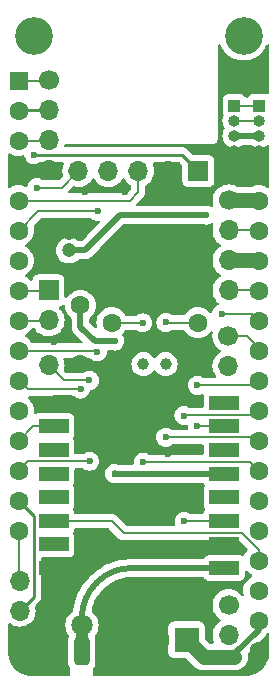
<source format=gtl>
%TF.GenerationSoftware,KiCad,Pcbnew,8.0.4*%
%TF.CreationDate,2024-08-28T09:49:03+09:00*%
%TF.ProjectId,powerfeather-lora-gps-reference,706f7765-7266-4656-9174-6865722d6c6f,rev?*%
%TF.SameCoordinates,Original*%
%TF.FileFunction,Copper,L1,Top*%
%TF.FilePolarity,Positive*%
%FSLAX46Y46*%
G04 Gerber Fmt 4.6, Leading zero omitted, Abs format (unit mm)*
G04 Created by KiCad (PCBNEW 8.0.4) date 2024-08-28 09:49:03*
%MOMM*%
%LPD*%
G01*
G04 APERTURE LIST*
G04 Aperture macros list*
%AMRoundRect*
0 Rectangle with rounded corners*
0 $1 Rounding radius*
0 $2 $3 $4 $5 $6 $7 $8 $9 X,Y pos of 4 corners*
0 Add a 4 corners polygon primitive as box body*
4,1,4,$2,$3,$4,$5,$6,$7,$8,$9,$2,$3,0*
0 Add four circle primitives for the rounded corners*
1,1,$1+$1,$2,$3*
1,1,$1+$1,$4,$5*
1,1,$1+$1,$6,$7*
1,1,$1+$1,$8,$9*
0 Add four rect primitives between the rounded corners*
20,1,$1+$1,$2,$3,$4,$5,0*
20,1,$1+$1,$4,$5,$6,$7,0*
20,1,$1+$1,$6,$7,$8,$9,0*
20,1,$1+$1,$8,$9,$2,$3,0*%
%AMFreePoly0*
4,1,17,1.497636,0.638536,1.499100,0.635000,1.499100,-0.635000,1.497636,-0.638536,1.494100,-0.640000,-0.041700,-0.640000,-0.045236,-0.638536,-0.046700,-0.635000,-0.046700,-0.600000,-1.250000,-0.600000,-1.250000,0.600000,-0.046700,0.600000,-0.046700,0.635000,-0.045236,0.638536,-0.041700,0.640000,1.494100,0.640000,1.497636,0.638536,1.497636,0.638536,$1*%
G04 Aperture macros list end*
%TA.AperFunction,ComponentPad*%
%ADD10C,1.000000*%
%TD*%
%TA.AperFunction,ComponentPad*%
%ADD11C,1.700000*%
%TD*%
%TA.AperFunction,ComponentPad*%
%ADD12O,1.700000X1.700000*%
%TD*%
%TA.AperFunction,ComponentPad*%
%ADD13C,1.600000*%
%TD*%
%TA.AperFunction,ComponentPad*%
%ADD14R,1.700000X1.700000*%
%TD*%
%TA.AperFunction,ComponentPad*%
%ADD15FreePoly0,0.000000*%
%TD*%
%TA.AperFunction,ComponentPad*%
%ADD16R,2.500000X1.200000*%
%TD*%
%TA.AperFunction,ComponentPad*%
%ADD17C,1.200000*%
%TD*%
%TA.AperFunction,ComponentPad*%
%ADD18C,1.800000*%
%TD*%
%TA.AperFunction,SMDPad,CuDef*%
%ADD19R,1.000000X1.000000*%
%TD*%
%TA.AperFunction,SMDPad,CuDef*%
%ADD20RoundRect,0.254921X-0.392579X-0.925079X0.392579X-0.925079X0.392579X0.925079X-0.392579X0.925079X0*%
%TD*%
%TA.AperFunction,SMDPad,CuDef*%
%ADD21RoundRect,0.250000X-0.425000X-1.600000X0.425000X-1.600000X0.425000X1.600000X-0.425000X1.600000X0*%
%TD*%
%TA.AperFunction,SMDPad,CuDef*%
%ADD22R,1.440000X2.200000*%
%TD*%
%TA.AperFunction,SMDPad,CuDef*%
%ADD23R,1.360000X2.200000*%
%TD*%
%TA.AperFunction,ComponentPad*%
%ADD24R,1.000000X1.000000*%
%TD*%
%TA.AperFunction,ComponentPad*%
%ADD25O,1.000000X1.000000*%
%TD*%
%TA.AperFunction,ComponentPad*%
%ADD26R,2.100000X2.100000*%
%TD*%
%TA.AperFunction,ComponentPad*%
%ADD27C,2.100000*%
%TD*%
%TA.AperFunction,WasherPad*%
%ADD28C,3.200000*%
%TD*%
%TA.AperFunction,ComponentPad*%
%ADD29R,1.600000X1.600000*%
%TD*%
%TA.AperFunction,ViaPad*%
%ADD30C,0.600000*%
%TD*%
%TA.AperFunction,Conductor*%
%ADD31C,0.200000*%
%TD*%
%TA.AperFunction,Conductor*%
%ADD32C,0.254000*%
%TD*%
%TA.AperFunction,Conductor*%
%ADD33C,1.270000*%
%TD*%
%TA.AperFunction,Conductor*%
%ADD34C,0.508000*%
%TD*%
G04 APERTURE END LIST*
D10*
%TO.P,Y1,1,1*%
%TO.N,Net-(A1-D6)*%
X133430000Y-100660000D03*
%TO.P,Y1,2,2*%
%TO.N,Net-(A1-D5)*%
X131530000Y-100660000D03*
%TD*%
D11*
%TO.P,J5,1,Pin_1*%
%TO.N,/D11*%
X138730000Y-98280000D03*
D12*
%TO.P,J5,2,Pin_2*%
%TO.N,/SCL*%
X138730000Y-100820000D03*
%TD*%
D11*
%TO.P,J4,1,Pin_1*%
%TO.N,/SDA*%
X138740000Y-121070000D03*
D12*
%TO.P,J4,2,Pin_2*%
%TO.N,/D7*%
X138740000Y-123610000D03*
%TD*%
D13*
%TO.P,C3,1*%
%TO.N,+3.3VP*%
X126200000Y-95680000D03*
%TO.P,C3,2*%
%TO.N,GND*%
X126200000Y-100680000D03*
%TD*%
D14*
%TO.P,J8,1,Pin_1*%
%TO.N,/A3*%
X123500000Y-94420000D03*
D12*
%TO.P,J8,2,Pin_2*%
%TO.N,/A4*%
X123500000Y-96960000D03*
%TO.P,J8,3,Pin_3*%
%TO.N,/RX*%
X123500000Y-100770000D03*
%TD*%
D11*
%TO.P,J6,1,Pin_1*%
%TO.N,+BATT*%
X138740000Y-86800000D03*
D12*
%TO.P,J6,2,Pin_2*%
%TO.N,/EN*%
X138740000Y-89340000D03*
%TO.P,J6,3,Pin_3*%
%TO.N,VS*%
X138740000Y-91880000D03*
%TO.P,J6,4,Pin_4*%
%TO.N,/D13*%
X138740000Y-94420000D03*
%TD*%
D13*
%TO.P,C1,1*%
%TO.N,Net-(A1-D6)*%
X136140000Y-97140000D03*
%TO.P,C1,2*%
%TO.N,GND*%
X136140000Y-92140000D03*
%TD*%
D15*
%TO.P,U2,1,GND*%
%TO.N,GND*%
X123930000Y-103930000D03*
D16*
%TO.P,U2,2,MISO*%
%TO.N,/LORA_MISO*%
X123930000Y-105930000D03*
%TO.P,U2,3,MOSI*%
%TO.N,/LORA_MOSI*%
X123930000Y-107930000D03*
%TO.P,U2,4,SCK*%
%TO.N,/LORA_SCK*%
X123930000Y-109930000D03*
%TO.P,U2,5,NSS*%
%TO.N,/LORA_CS*%
X123930000Y-111930000D03*
%TO.P,U2,6,RESET*%
%TO.N,/LORA_RST*%
X123930000Y-113930000D03*
%TO.P,U2,7,NC*%
%TO.N,unconnected-(U2-NC-Pad7)*%
X123930000Y-115930000D03*
%TO.P,U2,8,GND*%
%TO.N,GND*%
X123930000Y-117930000D03*
%TO.P,U2,9,ANT*%
%TO.N,Net-(AE1-A)*%
X138390000Y-117930000D03*
%TO.P,U2,10,GND*%
%TO.N,GND*%
X138390000Y-115930000D03*
%TO.P,U2,11,DIO3*%
%TO.N,/LORA_DIO3*%
X138390000Y-113930000D03*
%TO.P,U2,12,NC*%
%TO.N,unconnected-(U2-NC-Pad12)*%
X138390000Y-111930000D03*
%TO.P,U2,13,3.3V*%
%TO.N,+3.3VP*%
X138390000Y-109930000D03*
%TO.P,U2,14,NC*%
%TO.N,unconnected-(U2-NC-Pad14)*%
X138390000Y-107930000D03*
%TO.P,U2,15,DIO1*%
%TO.N,/LORA_DIO1*%
X138390000Y-105930000D03*
%TO.P,U2,16,BUSY*%
%TO.N,/LORA_BUSY*%
X138390000Y-103930000D03*
%TD*%
D17*
%TO.P,C4,1*%
%TO.N,+3.3VP*%
X125220000Y-91030000D03*
%TO.P,C4,2*%
%TO.N,GND*%
X125220000Y-89530000D03*
%TD*%
D18*
%TO.P,AE1,1,A*%
%TO.N,Net-(AE1-A)*%
X126330000Y-122757500D03*
D19*
X126310000Y-123987500D03*
D20*
X126317500Y-124967500D03*
D21*
%TO.P,AE1,2,Shield*%
%TO.N,GND*%
X129155000Y-125137500D03*
X123505000Y-125137500D03*
D22*
X128220000Y-125487500D03*
D23*
X124460000Y-125487500D03*
%TD*%
D13*
%TO.P,C2,1*%
%TO.N,Net-(A1-D5)*%
X128850000Y-97150000D03*
%TO.P,C2,2*%
%TO.N,GND*%
X128850000Y-92150000D03*
%TD*%
D24*
%TO.P,J7,1,Pin_1*%
%TO.N,/SCL1*%
X141340000Y-78785000D03*
D25*
%TO.P,J7,2,Pin_2*%
%TO.N,/SDA1*%
X141340000Y-80055000D03*
%TO.P,J7,3,Pin_3*%
%TO.N,+3.3VP*%
X141340000Y-81325000D03*
%TO.P,J7,4,Pin_4*%
%TO.N,GND*%
X141340000Y-82595000D03*
%TD*%
D11*
%TO.P,J10,1,Pin_1*%
%TO.N,GND*%
X139960000Y-76480000D03*
%TD*%
D24*
%TO.P,J3,1,Pin_1*%
%TO.N,/SCL1*%
X139230000Y-78780000D03*
D25*
%TO.P,J3,2,Pin_2*%
%TO.N,/SDA1*%
X139230000Y-80050000D03*
%TO.P,J3,3,Pin_3*%
%TO.N,+3.3VP*%
X139230000Y-81320000D03*
%TO.P,J3,4,Pin_4*%
%TO.N,GND*%
X139230000Y-82590000D03*
%TD*%
D11*
%TO.P,J11,1,Pin_1*%
%TO.N,/RST*%
X123500000Y-76640000D03*
D12*
%TO.P,J11,2,Pin_2*%
%TO.N,+3.3V*%
X123500000Y-79180000D03*
%TO.P,J11,3,Pin_3*%
%TO.N,/QON*%
X123500000Y-81720000D03*
%TO.P,J11,4,Pin_4*%
%TO.N,GND*%
X123500000Y-84260000D03*
%TD*%
D26*
%TO.P,J2,1,Pin_1*%
%TO.N,VDC*%
X135200000Y-124000000D03*
D27*
%TO.P,J2,2,Pin_2*%
%TO.N,GND*%
X132660000Y-124000000D03*
%TD*%
D14*
%TO.P,J9,1,Pin_1*%
%TO.N,GND*%
X121060000Y-124065000D03*
D12*
%TO.P,J9,2,Pin_2*%
%TO.N,/RXD0*%
X121060000Y-121525000D03*
%TO.P,J9,3,Pin_3*%
%TO.N,/TXD0*%
X121060000Y-118985000D03*
%TD*%
D28*
%TO.P,A1,*%
%TO.N,*%
X122240000Y-72840000D03*
X140020000Y-72840000D03*
D29*
%TO.P,A1,1,~{RST}*%
%TO.N,/RST*%
X120970000Y-76650000D03*
D13*
%TO.P,A1,2,3V3*%
%TO.N,+3.3V*%
X120970000Y-79190000D03*
%TO.P,A1,3,QON*%
%TO.N,/QON*%
X120970000Y-81730000D03*
%TO.P,A1,4,GND*%
%TO.N,GND*%
X120970000Y-84270000D03*
%TO.P,A1,5,A0*%
%TO.N,/GPS_TX*%
X120970000Y-86810000D03*
%TO.P,A1,6,A1*%
%TO.N,/GPS_RX*%
X120970000Y-89350000D03*
%TO.P,A1,7,A2*%
%TO.N,/GPS_PPS*%
X120970000Y-91890000D03*
%TO.P,A1,8,A3*%
%TO.N,/A3*%
X120970000Y-94430000D03*
%TO.P,A1,9,A4*%
%TO.N,/A4*%
X120970000Y-96970000D03*
%TO.P,A1,10,A5*%
%TO.N,/LORA_CS*%
X120970000Y-99510000D03*
%TO.P,A1,11,SCK*%
%TO.N,/LORA_SCK*%
X120970000Y-102050000D03*
%TO.P,A1,12,MOSI*%
%TO.N,/LORA_MOSI*%
X120970000Y-104590000D03*
%TO.P,A1,13,MISO*%
%TO.N,/LORA_MISO*%
X120970000Y-107130000D03*
%TO.P,A1,14,RX/D0*%
%TO.N,/RX*%
X120970000Y-109670000D03*
%TO.P,A1,15,TX/D1*%
%TO.N,/RXD0*%
X120970000Y-112210000D03*
%TO.P,A1,16,TXD0/D2*%
%TO.N,/TXD0*%
X120970000Y-114750000D03*
%TO.P,A1,17,SDA*%
%TO.N,/SDA*%
X141290000Y-114750000D03*
%TO.P,A1,18,SCL*%
%TO.N,/SCL*%
X141290000Y-112210000D03*
%TO.P,A1,19,D5*%
%TO.N,Net-(A1-D5)*%
X141290000Y-109670000D03*
%TO.P,A1,20,D6*%
%TO.N,Net-(A1-D6)*%
X141290000Y-107130000D03*
%TO.P,A1,21,D9*%
%TO.N,/LORA_DIO3*%
X141290000Y-104590000D03*
%TO.P,A1,22,D10*%
%TO.N,/LORA_DIO1*%
X141290000Y-102050000D03*
%TO.P,A1,23,D11*%
%TO.N,/D11*%
X141290000Y-99510000D03*
%TO.P,A1,24,D12*%
%TO.N,/LORA_BUSY*%
X141290000Y-96970000D03*
%TO.P,A1,25,D13*%
%TO.N,/D13*%
X141290000Y-94430000D03*
%TO.P,A1,26,VS*%
%TO.N,VS*%
X141290000Y-91890000D03*
%TO.P,A1,27,EN*%
%TO.N,/EN*%
X141290000Y-89350000D03*
%TO.P,A1,28,VBAT*%
%TO.N,+BATT*%
X141290000Y-86810000D03*
%TO.P,A1,29,GND*%
%TO.N,GND*%
X141290000Y-124910000D03*
%TO.P,A1,30,VDC*%
%TO.N,VDC*%
X141290000Y-122370000D03*
%TO.P,A1,31,D7*%
%TO.N,/D7*%
X141290000Y-119830000D03*
%TO.P,A1,32,D8*%
%TO.N,/LORA_RST*%
X141290000Y-117290000D03*
%TD*%
D14*
%TO.P,J1,1,Pin_1*%
%TO.N,+3.3V*%
X136187000Y-84290000D03*
D12*
%TO.P,J1,2,Pin_2*%
%TO.N,GND*%
X133647000Y-84290000D03*
%TO.P,J1,3,Pin_3*%
%TO.N,/GPS_TX*%
X131107000Y-84290000D03*
%TO.P,J1,4,Pin_4*%
%TO.N,/GPS_RX*%
X128567000Y-84290000D03*
%TO.P,J1,5,Pin_5*%
%TO.N,/GPS_PPS*%
X126027000Y-84290000D03*
%TD*%
D30*
%TO.N,GND*%
X129990000Y-119040000D03*
X130730000Y-113490000D03*
X136420000Y-100940000D03*
X136680000Y-94370000D03*
X132480000Y-95940000D03*
X134080000Y-119010000D03*
X140760000Y-126390000D03*
X121930000Y-125780000D03*
X129310000Y-116980000D03*
X128330000Y-119940000D03*
X128220000Y-95340000D03*
X123930000Y-98820000D03*
X133280000Y-122190000D03*
X130410000Y-107660000D03*
X123140000Y-92360000D03*
X131500000Y-116860000D03*
X134790000Y-103440000D03*
X128100000Y-111190000D03*
X135890000Y-119010000D03*
X133590000Y-116860000D03*
X127430000Y-117880000D03*
X135660000Y-116850000D03*
X127970000Y-123290000D03*
X125990000Y-119420000D03*
X131490000Y-125160000D03*
X126550000Y-86110000D03*
X132080000Y-119000000D03*
X137070000Y-90420000D03*
X124680000Y-123270000D03*
X135450000Y-126640000D03*
X125300000Y-121370000D03*
X127470000Y-121450000D03*
X129950000Y-86050000D03*
X133630000Y-108250000D03*
X134700000Y-98770000D03*
X133780000Y-112640000D03*
X130410000Y-102000000D03*
%TO.N,Net-(A1-D5)*%
X131520000Y-108950000D03*
X131470000Y-97160000D03*
%TO.N,Net-(A1-D6)*%
X133420000Y-106850000D03*
X133440000Y-97130000D03*
%TO.N,/GPS_RX*%
X127660000Y-87720000D03*
%TO.N,+3.3V*%
X122280000Y-82940000D03*
%TO.N,/GPS_PPS*%
X122510000Y-85710000D03*
%TO.N,/RX*%
X126960000Y-102040000D03*
X126970000Y-108870000D03*
%TO.N,/LORA_SCK*%
X126210000Y-102770000D03*
%TO.N,/LORA_DIO1*%
X136110000Y-102450000D03*
X136100000Y-105930000D03*
%TO.N,/LORA_CS*%
X127640000Y-99610000D03*
%TO.N,/LORA_DIO3*%
X134970000Y-105010000D03*
X134990000Y-113950000D03*
%TO.N,+3.3VP*%
X129120000Y-98710000D03*
X129090000Y-109920000D03*
X136870000Y-88040000D03*
%TO.N,/LORA_BUSY*%
X138150000Y-96410000D03*
%TD*%
D31*
%TO.N,GND*%
X141085000Y-82595000D02*
X141090000Y-82600000D01*
X138980000Y-82595000D02*
X141085000Y-82595000D01*
%TO.N,Net-(A1-D5)*%
X131460000Y-97150000D02*
X128850000Y-97150000D01*
X138120000Y-108960000D02*
X131530000Y-108960000D01*
X140580000Y-108960000D02*
X138120000Y-108960000D01*
X141290000Y-109670000D02*
X140580000Y-108960000D01*
X131470000Y-97160000D02*
X131460000Y-97150000D01*
X131530000Y-108960000D02*
X131520000Y-108950000D01*
%TO.N,Net-(A1-D6)*%
X133420000Y-106850000D02*
X133420000Y-106730000D01*
X141010000Y-106850000D02*
X133420000Y-106850000D01*
X141290000Y-107130000D02*
X141010000Y-106850000D01*
X133420000Y-106730000D02*
X133430000Y-106720000D01*
X133440000Y-97130000D02*
X133450000Y-97140000D01*
X133450000Y-97140000D02*
X136140000Y-97140000D01*
%TO.N,/GPS_RX*%
X120970000Y-89350000D02*
X122610000Y-87710000D01*
X122610000Y-87710000D02*
X123510000Y-87710000D01*
X123510000Y-87710000D02*
X127650000Y-87710000D01*
X127650000Y-87710000D02*
X127660000Y-87720000D01*
D32*
%TO.N,+3.3V*%
X120980000Y-79180000D02*
X120970000Y-79190000D01*
X134837000Y-82940000D02*
X122280000Y-82940000D01*
X136187000Y-84290000D02*
X134837000Y-82940000D01*
X123500000Y-79180000D02*
X120980000Y-79180000D01*
D31*
%TO.N,/GPS_PPS*%
X124607000Y-85710000D02*
X126027000Y-84290000D01*
X122510000Y-85710000D02*
X124607000Y-85710000D01*
%TO.N,/GPS_TX*%
X130360000Y-86810000D02*
X120970000Y-86810000D01*
X131107000Y-86063000D02*
X130360000Y-86810000D01*
X131107000Y-84290000D02*
X131107000Y-86063000D01*
%TO.N,/EN*%
X141280000Y-89340000D02*
X141290000Y-89350000D01*
X138740000Y-89340000D02*
X141280000Y-89340000D01*
D33*
%TO.N,VS*%
X138740000Y-91880000D02*
X141280000Y-91880000D01*
X141280000Y-91880000D02*
X141290000Y-91890000D01*
D31*
%TO.N,/RX*%
X126970000Y-108870000D02*
X121770000Y-108870000D01*
X124770000Y-102040000D02*
X126960000Y-102040000D01*
X121770000Y-108870000D02*
X120970000Y-109670000D01*
X123500000Y-100770000D02*
X124770000Y-102040000D01*
D33*
%TO.N,+BATT*%
X141280000Y-86800000D02*
X141290000Y-86810000D01*
X138740000Y-86800000D02*
X141280000Y-86800000D01*
D31*
%TO.N,/LORA_SCK*%
X121050000Y-102050000D02*
X120970000Y-102050000D01*
X121770000Y-102770000D02*
X121050000Y-102050000D01*
X126210000Y-102770000D02*
X121770000Y-102770000D01*
%TO.N,/QON*%
X123490000Y-81730000D02*
X123500000Y-81720000D01*
X120970000Y-81730000D02*
X123490000Y-81730000D01*
%TO.N,/LORA_MISO*%
X122170000Y-105930000D02*
X120970000Y-107130000D01*
X124130000Y-105930000D02*
X122170000Y-105930000D01*
%TO.N,/LORA_DIO1*%
X138190000Y-105930000D02*
X136100000Y-105930000D01*
X136110000Y-102450000D02*
X136140000Y-102420000D01*
X140920000Y-102420000D02*
X141290000Y-102050000D01*
X136140000Y-102420000D02*
X140920000Y-102420000D01*
%TO.N,/LORA_CS*%
X127640000Y-99610000D02*
X127540000Y-99510000D01*
X127540000Y-99510000D02*
X120970000Y-99510000D01*
%TO.N,/RST*%
X120970000Y-76650000D02*
X123490000Y-76650000D01*
X123490000Y-76650000D02*
X123500000Y-76640000D01*
%TO.N,/SCL1*%
X141085000Y-78785000D02*
X141090000Y-78790000D01*
X138980000Y-78785000D02*
X141085000Y-78785000D01*
%TO.N,/LORA_RST*%
X128850000Y-113950000D02*
X124150000Y-113950000D01*
X124150000Y-113950000D02*
X124130000Y-113930000D01*
X141290000Y-116380000D02*
X139860000Y-114950000D01*
X129850000Y-114950000D02*
X128850000Y-113950000D01*
X139860000Y-114950000D02*
X129850000Y-114950000D01*
X141290000Y-117290000D02*
X141290000Y-116380000D01*
D34*
%TO.N,VDC*%
X139240000Y-125186576D02*
X139240000Y-125450000D01*
D33*
X135200000Y-124000000D02*
X136650000Y-125450000D01*
D34*
X141290000Y-122370000D02*
X141290000Y-123136576D01*
X141290000Y-123136576D02*
X139240000Y-125186576D01*
D33*
X136650000Y-125450000D02*
X139240000Y-125450000D01*
D31*
%TO.N,/LORA_DIO3*%
X138190000Y-113930000D02*
X135010000Y-113930000D01*
X141290000Y-104590000D02*
X140920000Y-104960000D01*
X135020000Y-104960000D02*
X134970000Y-105010000D01*
X135010000Y-113930000D02*
X134990000Y-113950000D01*
X140920000Y-104960000D02*
X135020000Y-104960000D01*
D34*
%TO.N,Net-(AE1-A)*%
X126330000Y-122066854D02*
X126330000Y-122757500D01*
X127638427Y-119101573D02*
X127501573Y-119238427D01*
X138190000Y-117930000D02*
X130466854Y-117930000D01*
X127501573Y-119238427D02*
G75*
G03*
X126329968Y-122066854I2828427J-2828473D01*
G01*
X127638427Y-119101573D02*
G75*
G02*
X130466854Y-117929968I2828473J-2828427D01*
G01*
%TO.N,+3.3VP*%
X125220000Y-91030000D02*
X126580000Y-91030000D01*
X127350000Y-90260000D02*
X129570000Y-88040000D01*
X126200000Y-95680000D02*
X126200000Y-97480000D01*
X129100000Y-109930000D02*
X129090000Y-109920000D01*
X138190000Y-109930000D02*
X129100000Y-109930000D01*
X126580000Y-91030000D02*
X127350000Y-90260000D01*
X129570000Y-88040000D02*
X136870000Y-88040000D01*
X126200000Y-97480000D02*
X127430000Y-98710000D01*
X141085000Y-81325000D02*
X141090000Y-81330000D01*
X127430000Y-98710000D02*
X129120000Y-98710000D01*
X129120000Y-109890000D02*
X129090000Y-109920000D01*
X138980000Y-81325000D02*
X141085000Y-81325000D01*
D31*
%TO.N,/TXD0*%
X120970000Y-114750000D02*
X120970000Y-118895000D01*
X120970000Y-118895000D02*
X121060000Y-118985000D01*
X120970000Y-118730000D02*
X120990000Y-118750000D01*
D32*
%TO.N,/RXD0*%
X122237000Y-113477000D02*
X122237000Y-120348000D01*
X120970000Y-112210000D02*
X122237000Y-113477000D01*
X122237000Y-120348000D02*
X121060000Y-121525000D01*
D31*
%TO.N,/LORA_BUSY*%
X140730000Y-96410000D02*
X141290000Y-96970000D01*
X138150000Y-96410000D02*
X140730000Y-96410000D01*
%TO.N,/SDA1*%
X141085000Y-80055000D02*
X141090000Y-80060000D01*
X138980000Y-80055000D02*
X141085000Y-80055000D01*
%TO.N,/D11*%
X140270000Y-98280000D02*
X138730000Y-98280000D01*
X141290000Y-99510000D02*
X141290000Y-99300000D01*
X141290000Y-99300000D02*
X140270000Y-98280000D01*
%TO.N,/A4*%
X120970000Y-96970000D02*
X123490000Y-96970000D01*
X123490000Y-96970000D02*
X123500000Y-96960000D01*
%TO.N,/A3*%
X123490000Y-94430000D02*
X123500000Y-94420000D01*
X120970000Y-94430000D02*
X123490000Y-94430000D01*
%TO.N,/D13*%
X138740000Y-94420000D02*
X141280000Y-94420000D01*
X141280000Y-94420000D02*
X141290000Y-94430000D01*
%TD*%
%TA.AperFunction,Conductor*%
%TO.N,GND*%
G36*
X128616942Y-114570185D02*
G01*
X128637583Y-114586818D01*
X129481284Y-115430520D01*
X129481286Y-115430521D01*
X129481290Y-115430524D01*
X129618209Y-115509573D01*
X129618216Y-115509577D01*
X129770943Y-115550501D01*
X129770945Y-115550501D01*
X129936654Y-115550501D01*
X129936670Y-115550500D01*
X139559903Y-115550500D01*
X139626942Y-115570185D01*
X139647584Y-115586819D01*
X140313107Y-116252342D01*
X140346592Y-116313665D01*
X140341608Y-116383357D01*
X140313110Y-116427701D01*
X140289954Y-116450857D01*
X140159432Y-116637265D01*
X140159431Y-116637267D01*
X140066190Y-116837221D01*
X140020017Y-116889660D01*
X139952823Y-116908812D01*
X139890393Y-116889941D01*
X139890114Y-116890454D01*
X139887665Y-116889116D01*
X139885942Y-116888596D01*
X139883219Y-116886689D01*
X139882328Y-116886202D01*
X139747482Y-116835908D01*
X139747483Y-116835908D01*
X139687883Y-116829501D01*
X139687881Y-116829500D01*
X139687873Y-116829500D01*
X139687864Y-116829500D01*
X137092129Y-116829500D01*
X137092123Y-116829501D01*
X137032516Y-116835908D01*
X136897671Y-116886202D01*
X136897664Y-116886206D01*
X136782455Y-116972452D01*
X136782452Y-116972455D01*
X136696206Y-117087664D01*
X136696202Y-117087671D01*
X136693533Y-117094830D01*
X136651663Y-117150765D01*
X136586200Y-117175184D01*
X136577350Y-117175500D01*
X130552279Y-117175500D01*
X130552259Y-117175499D01*
X130518238Y-117175499D01*
X130518129Y-117175467D01*
X130280046Y-117175470D01*
X130280035Y-117175471D01*
X129907588Y-117204787D01*
X129907576Y-117204788D01*
X129538576Y-117263236D01*
X129538573Y-117263236D01*
X129538571Y-117263237D01*
X129175285Y-117350459D01*
X129175281Y-117350460D01*
X128819967Y-117465912D01*
X128819961Y-117465914D01*
X128617745Y-117549677D01*
X128474796Y-117608890D01*
X128474781Y-117608896D01*
X128141921Y-117778501D01*
X128141904Y-117778511D01*
X127823350Y-117973725D01*
X127823324Y-117973743D01*
X127521106Y-118193321D01*
X127521088Y-118193335D01*
X127237006Y-118435968D01*
X127236993Y-118435980D01*
X127179184Y-118493791D01*
X127157462Y-118515514D01*
X127033440Y-118639535D01*
X126911484Y-118761490D01*
X126911044Y-118761975D01*
X126836011Y-118837007D01*
X126835997Y-118837022D01*
X126593361Y-119121108D01*
X126593347Y-119121126D01*
X126373769Y-119423342D01*
X126373752Y-119423368D01*
X126178539Y-119741919D01*
X126178529Y-119741936D01*
X126008925Y-120074794D01*
X126008919Y-120074809D01*
X125865942Y-120419977D01*
X125750491Y-120775289D01*
X125750490Y-120775292D01*
X125737344Y-120830047D01*
X125667368Y-121121508D01*
X125663268Y-121138583D01*
X125605322Y-121504414D01*
X125575392Y-121567549D01*
X125559011Y-121582868D01*
X125378222Y-121723581D01*
X125378219Y-121723584D01*
X125378216Y-121723586D01*
X125378216Y-121723587D01*
X125319267Y-121787622D01*
X125221016Y-121894352D01*
X125094075Y-122088651D01*
X125000842Y-122301199D01*
X124943866Y-122526191D01*
X124943864Y-122526202D01*
X124924700Y-122757493D01*
X124924700Y-122757506D01*
X124943864Y-122988797D01*
X124943866Y-122988808D01*
X125000842Y-123213800D01*
X125071373Y-123374592D01*
X125094076Y-123426349D01*
X125220058Y-123619179D01*
X125240245Y-123686068D01*
X125233955Y-123726003D01*
X125180070Y-123888619D01*
X125169500Y-123992073D01*
X125169500Y-125942911D01*
X125169501Y-125942927D01*
X125180070Y-126046379D01*
X125235615Y-126214004D01*
X125235620Y-126214015D01*
X125328320Y-126364304D01*
X125332801Y-126369971D01*
X125330361Y-126371900D01*
X125357166Y-126420989D01*
X125360000Y-126447347D01*
X125360000Y-126965500D01*
X125340315Y-127032539D01*
X125287511Y-127078294D01*
X125236000Y-127089500D01*
X122154052Y-127089500D01*
X122145942Y-127089234D01*
X121884070Y-127072069D01*
X121867989Y-127069952D01*
X121614579Y-127019546D01*
X121598911Y-127015348D01*
X121354254Y-126932298D01*
X121339269Y-126926091D01*
X121107539Y-126811814D01*
X121093493Y-126803704D01*
X120878663Y-126660160D01*
X120865794Y-126650286D01*
X120671539Y-126479929D01*
X120660070Y-126468460D01*
X120575389Y-126371900D01*
X120489710Y-126274202D01*
X120479839Y-126261336D01*
X120336295Y-126046506D01*
X120328185Y-126032460D01*
X120255900Y-125885881D01*
X120213907Y-125800729D01*
X120207704Y-125785752D01*
X120124648Y-125541077D01*
X120120453Y-125525420D01*
X120114162Y-125493793D01*
X120070046Y-125272005D01*
X120067931Y-125255949D01*
X120050764Y-124994028D01*
X120050500Y-124985948D01*
X120050500Y-122704999D01*
X120070185Y-122637960D01*
X120122989Y-122592205D01*
X120192147Y-122582261D01*
X120245623Y-122603424D01*
X120382165Y-122699032D01*
X120382167Y-122699033D01*
X120382170Y-122699035D01*
X120596337Y-122798903D01*
X120824592Y-122860063D01*
X121012918Y-122876539D01*
X121059999Y-122880659D01*
X121060000Y-122880659D01*
X121060001Y-122880659D01*
X121099234Y-122877226D01*
X121295408Y-122860063D01*
X121523663Y-122798903D01*
X121737830Y-122699035D01*
X121931401Y-122563495D01*
X122098495Y-122396401D01*
X122234035Y-122202830D01*
X122333903Y-121988663D01*
X122395063Y-121760408D01*
X122415659Y-121525000D01*
X122395063Y-121289592D01*
X122368741Y-121191357D01*
X122370404Y-121121508D01*
X122400833Y-121071584D01*
X122724411Y-120748008D01*
X122793083Y-120645233D01*
X122840385Y-120531035D01*
X122849993Y-120482734D01*
X122864500Y-120409806D01*
X122864500Y-117154499D01*
X122884185Y-117087460D01*
X122936989Y-117041705D01*
X122988500Y-117030499D01*
X125227871Y-117030499D01*
X125227872Y-117030499D01*
X125287483Y-117024091D01*
X125422331Y-116973796D01*
X125537546Y-116887546D01*
X125623796Y-116772331D01*
X125674091Y-116637483D01*
X125680500Y-116577873D01*
X125680499Y-115282128D01*
X125674091Y-115222517D01*
X125623796Y-115087669D01*
X125561393Y-115004310D01*
X125536977Y-114938847D01*
X125551828Y-114870574D01*
X125561394Y-114855689D01*
X125623796Y-114772331D01*
X125674091Y-114637483D01*
X125676447Y-114631167D01*
X125718318Y-114575233D01*
X125783782Y-114550816D01*
X125792629Y-114550500D01*
X128549903Y-114550500D01*
X128616942Y-114570185D01*
G37*
%TD.AperFunction*%
%TA.AperFunction,Conductor*%
G36*
X140345701Y-118185335D02*
G01*
X140352180Y-118191367D01*
X140450858Y-118290045D01*
X140450861Y-118290047D01*
X140637266Y-118420568D01*
X140695275Y-118447618D01*
X140747714Y-118493791D01*
X140766866Y-118560984D01*
X140746650Y-118627865D01*
X140695275Y-118672382D01*
X140637267Y-118699431D01*
X140637265Y-118699432D01*
X140450858Y-118829954D01*
X140289954Y-118990858D01*
X140159432Y-119177265D01*
X140159431Y-119177267D01*
X140063261Y-119383502D01*
X140063258Y-119383511D01*
X140004366Y-119603302D01*
X140004364Y-119603313D01*
X139984532Y-119829998D01*
X139984532Y-119830001D01*
X140004364Y-120056686D01*
X140004366Y-120056697D01*
X140023960Y-120129822D01*
X140022297Y-120199672D01*
X139983134Y-120257534D01*
X139918906Y-120285038D01*
X139850004Y-120273451D01*
X139802610Y-120233039D01*
X139778491Y-120198594D01*
X139611402Y-120031506D01*
X139611395Y-120031501D01*
X139599961Y-120023495D01*
X139571323Y-120003442D01*
X139417834Y-119895967D01*
X139417830Y-119895965D01*
X139395165Y-119885396D01*
X139203663Y-119796097D01*
X139203659Y-119796096D01*
X139203655Y-119796094D01*
X138975413Y-119734938D01*
X138975403Y-119734936D01*
X138740001Y-119714341D01*
X138739999Y-119714341D01*
X138504596Y-119734936D01*
X138504586Y-119734938D01*
X138276344Y-119796094D01*
X138276335Y-119796098D01*
X138062171Y-119895964D01*
X138062169Y-119895965D01*
X137868597Y-120031505D01*
X137701505Y-120198597D01*
X137565965Y-120392169D01*
X137565964Y-120392171D01*
X137466098Y-120606335D01*
X137466094Y-120606344D01*
X137404938Y-120834586D01*
X137404936Y-120834596D01*
X137384341Y-121069999D01*
X137384341Y-121070000D01*
X137404936Y-121305403D01*
X137404938Y-121305413D01*
X137466094Y-121533655D01*
X137466096Y-121533659D01*
X137466097Y-121533663D01*
X137554659Y-121723584D01*
X137565965Y-121747830D01*
X137565967Y-121747834D01*
X137651348Y-121869769D01*
X137701501Y-121941396D01*
X137701506Y-121941402D01*
X137868597Y-122108493D01*
X137868603Y-122108498D01*
X138054158Y-122238425D01*
X138097783Y-122293002D01*
X138104977Y-122362500D01*
X138073454Y-122424855D01*
X138054158Y-122441575D01*
X137868597Y-122571505D01*
X137701505Y-122738597D01*
X137565965Y-122932169D01*
X137565964Y-122932171D01*
X137466098Y-123146335D01*
X137466094Y-123146344D01*
X137404938Y-123374586D01*
X137404936Y-123374596D01*
X137384341Y-123609999D01*
X137384341Y-123610000D01*
X137404936Y-123845403D01*
X137404938Y-123845413D01*
X137466094Y-124073655D01*
X137466099Y-124073669D01*
X137496142Y-124138096D01*
X137506634Y-124207173D01*
X137478114Y-124270957D01*
X137419637Y-124309196D01*
X137383760Y-124314500D01*
X137171701Y-124314500D01*
X137104662Y-124294815D01*
X137084020Y-124278181D01*
X136786818Y-123980979D01*
X136753333Y-123919656D01*
X136750499Y-123893298D01*
X136750499Y-122902129D01*
X136750498Y-122902123D01*
X136750497Y-122902116D01*
X136744091Y-122842517D01*
X136727823Y-122798901D01*
X136693797Y-122707671D01*
X136693793Y-122707664D01*
X136607547Y-122592455D01*
X136607544Y-122592452D01*
X136492335Y-122506206D01*
X136492328Y-122506202D01*
X136357482Y-122455908D01*
X136357483Y-122455908D01*
X136297883Y-122449501D01*
X136297881Y-122449500D01*
X136297873Y-122449500D01*
X136297864Y-122449500D01*
X134102129Y-122449500D01*
X134102123Y-122449501D01*
X134042516Y-122455908D01*
X133907671Y-122506202D01*
X133907664Y-122506206D01*
X133792455Y-122592452D01*
X133792452Y-122592455D01*
X133706206Y-122707664D01*
X133706202Y-122707671D01*
X133655908Y-122842517D01*
X133651808Y-122880659D01*
X133649501Y-122902123D01*
X133649500Y-122902135D01*
X133649500Y-125097870D01*
X133649501Y-125097876D01*
X133655908Y-125157483D01*
X133706202Y-125292328D01*
X133706206Y-125292335D01*
X133792452Y-125407544D01*
X133792455Y-125407547D01*
X133907664Y-125493793D01*
X133907671Y-125493797D01*
X134042517Y-125544091D01*
X134042516Y-125544091D01*
X134049444Y-125544835D01*
X134102127Y-125550500D01*
X135093298Y-125550499D01*
X135160337Y-125570183D01*
X135180979Y-125586818D01*
X135783889Y-126189728D01*
X135910272Y-126316111D01*
X136006669Y-126386148D01*
X136054869Y-126421168D01*
X136106249Y-126447347D01*
X136214119Y-126502309D01*
X136255802Y-126515851D01*
X136255804Y-126515853D01*
X136255805Y-126515853D01*
X136287880Y-126526275D01*
X136384103Y-126557541D01*
X136459759Y-126569523D01*
X136560630Y-126585500D01*
X136560634Y-126585500D01*
X139329365Y-126585500D01*
X139329366Y-126585500D01*
X139505897Y-126557540D01*
X139505900Y-126557539D01*
X139505901Y-126557539D01*
X139675878Y-126502310D01*
X139675878Y-126502309D01*
X139675881Y-126502309D01*
X139835132Y-126421167D01*
X139979728Y-126316111D01*
X140106111Y-126189728D01*
X140211167Y-126045132D01*
X140292309Y-125885881D01*
X140347540Y-125715897D01*
X140375500Y-125539366D01*
X140375500Y-125360634D01*
X140352222Y-125213663D01*
X140361177Y-125144371D01*
X140387011Y-125106588D01*
X141770963Y-123722636D01*
X141770966Y-123722635D01*
X141876059Y-123617542D01*
X141946941Y-123511459D01*
X141951393Y-123504795D01*
X141983370Y-123472114D01*
X142004377Y-123457405D01*
X142070584Y-123435077D01*
X142138351Y-123452089D01*
X142186163Y-123503037D01*
X142199500Y-123558980D01*
X142199500Y-124985948D01*
X142199234Y-124994058D01*
X142182069Y-125255929D01*
X142179952Y-125272010D01*
X142129546Y-125525420D01*
X142125348Y-125541088D01*
X142042298Y-125785745D01*
X142036091Y-125800730D01*
X141921814Y-126032460D01*
X141913704Y-126046506D01*
X141770160Y-126261336D01*
X141760286Y-126274205D01*
X141589929Y-126468460D01*
X141578460Y-126479929D01*
X141384205Y-126650286D01*
X141371336Y-126660160D01*
X141156506Y-126803704D01*
X141142460Y-126811814D01*
X140910730Y-126926091D01*
X140895745Y-126932298D01*
X140651088Y-127015348D01*
X140635420Y-127019546D01*
X140382010Y-127069952D01*
X140365929Y-127072069D01*
X140104058Y-127089234D01*
X140095948Y-127089500D01*
X127384000Y-127089500D01*
X127316961Y-127069815D01*
X127271206Y-127017011D01*
X127260000Y-126965500D01*
X127260000Y-126462347D01*
X127279685Y-126395308D01*
X127296319Y-126374666D01*
X127301014Y-126369971D01*
X127306677Y-126364308D01*
X127399384Y-126214007D01*
X127454930Y-126046378D01*
X127465500Y-125942919D01*
X127465499Y-123992082D01*
X127454930Y-123888622D01*
X127408373Y-123748123D01*
X127405972Y-123678295D01*
X127434853Y-123625133D01*
X127438979Y-123620653D01*
X127565924Y-123426349D01*
X127659157Y-123213800D01*
X127716134Y-122988805D01*
X127723316Y-122902128D01*
X127735300Y-122757506D01*
X127735300Y-122757493D01*
X127716135Y-122526202D01*
X127716133Y-122526191D01*
X127659157Y-122301199D01*
X127565924Y-122088651D01*
X127438983Y-121894352D01*
X127438980Y-121894349D01*
X127438979Y-121894347D01*
X127281784Y-121723587D01*
X127281779Y-121723583D01*
X127281776Y-121723579D01*
X127179397Y-121643895D01*
X127138584Y-121587185D01*
X127132901Y-121527846D01*
X127133323Y-121525000D01*
X127145976Y-121439709D01*
X127148348Y-121427792D01*
X127222782Y-121130651D01*
X127226310Y-121119017D01*
X127329509Y-120830604D01*
X127334165Y-120819365D01*
X127367578Y-120748721D01*
X127465135Y-120542459D01*
X127470868Y-120531734D01*
X127500239Y-120482734D01*
X127628357Y-120268985D01*
X127635115Y-120258874D01*
X127636109Y-120257534D01*
X127817594Y-120012832D01*
X127825287Y-120003458D01*
X128033531Y-119773701D01*
X128037677Y-119769346D01*
X128108801Y-119698223D01*
X128108808Y-119698217D01*
X128115869Y-119691156D01*
X128169792Y-119637231D01*
X128174180Y-119633054D01*
X128403438Y-119425262D01*
X128412812Y-119417569D01*
X128658861Y-119235084D01*
X128668967Y-119228330D01*
X128931733Y-119070831D01*
X128942435Y-119065111D01*
X129219360Y-118934132D01*
X129230580Y-118929484D01*
X129519016Y-118826277D01*
X129530629Y-118822753D01*
X129827804Y-118748312D01*
X129839702Y-118745945D01*
X130142720Y-118700993D01*
X130154827Y-118699801D01*
X130463180Y-118684649D01*
X130469266Y-118684500D01*
X136577350Y-118684500D01*
X136644389Y-118704185D01*
X136690144Y-118756989D01*
X136693533Y-118765170D01*
X136696202Y-118772328D01*
X136696206Y-118772335D01*
X136782452Y-118887544D01*
X136782455Y-118887547D01*
X136897664Y-118973793D01*
X136897671Y-118973797D01*
X137032517Y-119024091D01*
X137032516Y-119024091D01*
X137039444Y-119024835D01*
X137092127Y-119030500D01*
X139687872Y-119030499D01*
X139747483Y-119024091D01*
X139882331Y-118973796D01*
X139997546Y-118887546D01*
X140083796Y-118772331D01*
X140134091Y-118637483D01*
X140140500Y-118577873D01*
X140140499Y-118279046D01*
X140160183Y-118212009D01*
X140212987Y-118166254D01*
X140282146Y-118156310D01*
X140345701Y-118185335D01*
G37*
%TD.AperFunction*%
%TA.AperFunction,Conductor*%
G36*
X127134099Y-88330185D02*
G01*
X127154741Y-88346819D01*
X127157738Y-88349816D01*
X127157958Y-88349954D01*
X127285849Y-88430314D01*
X127310478Y-88445789D01*
X127480745Y-88505368D01*
X127480750Y-88505369D01*
X127659996Y-88525565D01*
X127660000Y-88525565D01*
X127660001Y-88525565D01*
X127671263Y-88524295D01*
X127710649Y-88519858D01*
X127779470Y-88531912D01*
X127830850Y-88579261D01*
X127848475Y-88646871D01*
X127826749Y-88713277D01*
X127812214Y-88730759D01*
X126763941Y-89779034D01*
X126303794Y-90239181D01*
X126242471Y-90272666D01*
X126216113Y-90275500D01*
X126073919Y-90275500D01*
X126006880Y-90255815D01*
X125990381Y-90243137D01*
X125886041Y-90148019D01*
X125886039Y-90148017D01*
X125712642Y-90040655D01*
X125712635Y-90040651D01*
X125614759Y-90002734D01*
X125522456Y-89966976D01*
X125321976Y-89929500D01*
X125118024Y-89929500D01*
X124917544Y-89966976D01*
X124917541Y-89966976D01*
X124917541Y-89966977D01*
X124727364Y-90040651D01*
X124727357Y-90040655D01*
X124553960Y-90148017D01*
X124553958Y-90148019D01*
X124403237Y-90285418D01*
X124280327Y-90448178D01*
X124189422Y-90630739D01*
X124189417Y-90630752D01*
X124133602Y-90826917D01*
X124114785Y-91029999D01*
X124114785Y-91030000D01*
X124133602Y-91233082D01*
X124189417Y-91429247D01*
X124189422Y-91429260D01*
X124280327Y-91611821D01*
X124403237Y-91774581D01*
X124553958Y-91911980D01*
X124553960Y-91911982D01*
X124653141Y-91973392D01*
X124727363Y-92019348D01*
X124917544Y-92093024D01*
X125118024Y-92130500D01*
X125118026Y-92130500D01*
X125321974Y-92130500D01*
X125321976Y-92130500D01*
X125522456Y-92093024D01*
X125712637Y-92019348D01*
X125886041Y-91911981D01*
X125956781Y-91847492D01*
X125990381Y-91816863D01*
X126053185Y-91786246D01*
X126073919Y-91784500D01*
X126499554Y-91784500D01*
X126499574Y-91784501D01*
X126505688Y-91784501D01*
X126654314Y-91784501D01*
X126775894Y-91760315D01*
X126775894Y-91760316D01*
X126775900Y-91760313D01*
X126800080Y-91755505D01*
X126835942Y-91740649D01*
X126856944Y-91731951D01*
X126856947Y-91731949D01*
X126856955Y-91731946D01*
X126937389Y-91698630D01*
X127060966Y-91616059D01*
X127820756Y-90856266D01*
X127820761Y-90856263D01*
X127830964Y-90846059D01*
X127830966Y-90846059D01*
X129846206Y-88830819D01*
X129907529Y-88797334D01*
X129933887Y-88794500D01*
X136581460Y-88794500D01*
X136622415Y-88801459D01*
X136690737Y-88825366D01*
X136690743Y-88825367D01*
X136690745Y-88825368D01*
X136690746Y-88825368D01*
X136690750Y-88825369D01*
X136869996Y-88845565D01*
X136870000Y-88845565D01*
X136870004Y-88845565D01*
X137049249Y-88825369D01*
X137049252Y-88825368D01*
X137049255Y-88825368D01*
X137219522Y-88765789D01*
X137285211Y-88724513D01*
X137352446Y-88705513D01*
X137419282Y-88725880D01*
X137464496Y-88779147D01*
X137473735Y-88848404D01*
X137467706Y-88871915D01*
X137466096Y-88876336D01*
X137404938Y-89104586D01*
X137404936Y-89104596D01*
X137384341Y-89339999D01*
X137384341Y-89340000D01*
X137404936Y-89575403D01*
X137404938Y-89575413D01*
X137466094Y-89803655D01*
X137466096Y-89803659D01*
X137466097Y-89803663D01*
X137538839Y-89959658D01*
X137565965Y-90017830D01*
X137565967Y-90017834D01*
X137701501Y-90211395D01*
X137701506Y-90211402D01*
X137868597Y-90378493D01*
X137868603Y-90378498D01*
X138054158Y-90508425D01*
X138097783Y-90563002D01*
X138104977Y-90632500D01*
X138073454Y-90694855D01*
X138054158Y-90711575D01*
X137868597Y-90841505D01*
X137701505Y-91008597D01*
X137565965Y-91202169D01*
X137565964Y-91202171D01*
X137466098Y-91416335D01*
X137466094Y-91416344D01*
X137404938Y-91644586D01*
X137404936Y-91644596D01*
X137384341Y-91879999D01*
X137384341Y-91880000D01*
X137404936Y-92115403D01*
X137404938Y-92115413D01*
X137466094Y-92343655D01*
X137466096Y-92343659D01*
X137466097Y-92343663D01*
X137558925Y-92542732D01*
X137565965Y-92557830D01*
X137565967Y-92557834D01*
X137701501Y-92751395D01*
X137701506Y-92751402D01*
X137868597Y-92918493D01*
X137868603Y-92918498D01*
X138054158Y-93048425D01*
X138097783Y-93103002D01*
X138104977Y-93172500D01*
X138073454Y-93234855D01*
X138054158Y-93251575D01*
X137868597Y-93381505D01*
X137701505Y-93548597D01*
X137565965Y-93742169D01*
X137565964Y-93742171D01*
X137466098Y-93956335D01*
X137466094Y-93956344D01*
X137404938Y-94184586D01*
X137404936Y-94184596D01*
X137384341Y-94419999D01*
X137384341Y-94420000D01*
X137404936Y-94655403D01*
X137404938Y-94655413D01*
X137466094Y-94883655D01*
X137466096Y-94883659D01*
X137466097Y-94883663D01*
X137538839Y-95039658D01*
X137565965Y-95097830D01*
X137565967Y-95097834D01*
X137660964Y-95233502D01*
X137701505Y-95291401D01*
X137868599Y-95458495D01*
X137868603Y-95458498D01*
X137871468Y-95460902D01*
X137872386Y-95462282D01*
X137872427Y-95462323D01*
X137872418Y-95462331D01*
X137910168Y-95519075D01*
X137911274Y-95588936D01*
X137874435Y-95648305D01*
X137832714Y-95672930D01*
X137800480Y-95684209D01*
X137647737Y-95780184D01*
X137520184Y-95907737D01*
X137424211Y-96060476D01*
X137364631Y-96230745D01*
X137364631Y-96230746D01*
X137363410Y-96241583D01*
X137336339Y-96305996D01*
X137278742Y-96345548D01*
X137208905Y-96347682D01*
X137149001Y-96311720D01*
X137143568Y-96304970D01*
X137143526Y-96305006D01*
X137140048Y-96300861D01*
X136979141Y-96139954D01*
X136792734Y-96009432D01*
X136792732Y-96009431D01*
X136586497Y-95913261D01*
X136586488Y-95913258D01*
X136366697Y-95854366D01*
X136366693Y-95854365D01*
X136366692Y-95854365D01*
X136366691Y-95854364D01*
X136366686Y-95854364D01*
X136140002Y-95834532D01*
X136139998Y-95834532D01*
X135913313Y-95854364D01*
X135913302Y-95854366D01*
X135693511Y-95913258D01*
X135693502Y-95913261D01*
X135487267Y-96009431D01*
X135487265Y-96009432D01*
X135300858Y-96139954D01*
X135139954Y-96300858D01*
X135088300Y-96374630D01*
X135009881Y-96486624D01*
X134955307Y-96530248D01*
X134908308Y-96539500D01*
X134032940Y-96539500D01*
X133965901Y-96519815D01*
X133945259Y-96503181D01*
X133942262Y-96500184D01*
X133789523Y-96404211D01*
X133619254Y-96344631D01*
X133619249Y-96344630D01*
X133440004Y-96324435D01*
X133439996Y-96324435D01*
X133260750Y-96344630D01*
X133260745Y-96344631D01*
X133090476Y-96404211D01*
X132937737Y-96500184D01*
X132810184Y-96627737D01*
X132714211Y-96780476D01*
X132654631Y-96950745D01*
X132654630Y-96950750D01*
X132634435Y-97129996D01*
X132634435Y-97130003D01*
X132654630Y-97309249D01*
X132654631Y-97309254D01*
X132714211Y-97479523D01*
X132792863Y-97604696D01*
X132810184Y-97632262D01*
X132937738Y-97759816D01*
X132980713Y-97786819D01*
X133061194Y-97837389D01*
X133090478Y-97855789D01*
X133232993Y-97905657D01*
X133260745Y-97915368D01*
X133260750Y-97915369D01*
X133439996Y-97935565D01*
X133440000Y-97935565D01*
X133440004Y-97935565D01*
X133619249Y-97915369D01*
X133619252Y-97915368D01*
X133619255Y-97915368D01*
X133789522Y-97855789D01*
X133942262Y-97759816D01*
X133942262Y-97759815D01*
X133942755Y-97759506D01*
X134008727Y-97740500D01*
X134908308Y-97740500D01*
X134975347Y-97760185D01*
X135009880Y-97793374D01*
X135074589Y-97885788D01*
X135139954Y-97979141D01*
X135300858Y-98140045D01*
X135300861Y-98140047D01*
X135487266Y-98270568D01*
X135693504Y-98366739D01*
X135913308Y-98425635D01*
X136075230Y-98439801D01*
X136139998Y-98445468D01*
X136140000Y-98445468D01*
X136140002Y-98445468D01*
X136196673Y-98440509D01*
X136366692Y-98425635D01*
X136586496Y-98366739D01*
X136792734Y-98270568D01*
X136979139Y-98140047D01*
X137140047Y-97979139D01*
X137177987Y-97924953D01*
X137232563Y-97881329D01*
X137302061Y-97874135D01*
X137364416Y-97905657D01*
X137399831Y-97965886D01*
X137399337Y-98028169D01*
X137394939Y-98044583D01*
X137394936Y-98044596D01*
X137374341Y-98279999D01*
X137374341Y-98280000D01*
X137394936Y-98515403D01*
X137394938Y-98515413D01*
X137456094Y-98743655D01*
X137456096Y-98743659D01*
X137456097Y-98743663D01*
X137523988Y-98889255D01*
X137555965Y-98957830D01*
X137555967Y-98957834D01*
X137627171Y-99059523D01*
X137691501Y-99151396D01*
X137691506Y-99151402D01*
X137858597Y-99318493D01*
X137858603Y-99318498D01*
X138044158Y-99448425D01*
X138087783Y-99503002D01*
X138094977Y-99572500D01*
X138063454Y-99634855D01*
X138044158Y-99651575D01*
X137858597Y-99781505D01*
X137691505Y-99948597D01*
X137555965Y-100142169D01*
X137555964Y-100142171D01*
X137456098Y-100356335D01*
X137456094Y-100356344D01*
X137394938Y-100584586D01*
X137394936Y-100584596D01*
X137374341Y-100819999D01*
X137374341Y-100820000D01*
X137394936Y-101055403D01*
X137394938Y-101055413D01*
X137456094Y-101283655D01*
X137456096Y-101283659D01*
X137456097Y-101283663D01*
X137555965Y-101497830D01*
X137644574Y-101624376D01*
X137666901Y-101690583D01*
X137649891Y-101758350D01*
X137598943Y-101806163D01*
X137542999Y-101819500D01*
X136646897Y-101819500D01*
X136580925Y-101800494D01*
X136459522Y-101724211D01*
X136289254Y-101664631D01*
X136289249Y-101664630D01*
X136110004Y-101644435D01*
X136109996Y-101644435D01*
X135930750Y-101664630D01*
X135930745Y-101664631D01*
X135760476Y-101724211D01*
X135607737Y-101820184D01*
X135480184Y-101947737D01*
X135384211Y-102100476D01*
X135324631Y-102270745D01*
X135324630Y-102270750D01*
X135304435Y-102449996D01*
X135304435Y-102450003D01*
X135324630Y-102629249D01*
X135324631Y-102629254D01*
X135384211Y-102799523D01*
X135471516Y-102938467D01*
X135480184Y-102952262D01*
X135607738Y-103079816D01*
X135620236Y-103087669D01*
X135758814Y-103174744D01*
X135760478Y-103175789D01*
X135851440Y-103207618D01*
X135930745Y-103235368D01*
X135930750Y-103235369D01*
X136109996Y-103255565D01*
X136110000Y-103255565D01*
X136110004Y-103255565D01*
X136289249Y-103235369D01*
X136289252Y-103235368D01*
X136289255Y-103235368D01*
X136459522Y-103175789D01*
X136459531Y-103175782D01*
X136461691Y-103174744D01*
X136463235Y-103174489D01*
X136466095Y-103173489D01*
X136466270Y-103173989D01*
X136530631Y-103163388D01*
X136594768Y-103191106D01*
X136633737Y-103249099D01*
X136639500Y-103286461D01*
X136639501Y-104235500D01*
X136619817Y-104302539D01*
X136567013Y-104348294D01*
X136515501Y-104359500D01*
X135475068Y-104359500D01*
X135409096Y-104340494D01*
X135319522Y-104284210D01*
X135319518Y-104284209D01*
X135149262Y-104224633D01*
X135149249Y-104224630D01*
X134970004Y-104204435D01*
X134969996Y-104204435D01*
X134790750Y-104224630D01*
X134790745Y-104224631D01*
X134620476Y-104284211D01*
X134467737Y-104380184D01*
X134340184Y-104507737D01*
X134244211Y-104660476D01*
X134184631Y-104830745D01*
X134184630Y-104830750D01*
X134164435Y-105009996D01*
X134164435Y-105010003D01*
X134184630Y-105189249D01*
X134184631Y-105189254D01*
X134244211Y-105359523D01*
X134338565Y-105509686D01*
X134340184Y-105512262D01*
X134467738Y-105639816D01*
X134620478Y-105735789D01*
X134663220Y-105750745D01*
X134790745Y-105795368D01*
X134790750Y-105795369D01*
X134969996Y-105815565D01*
X134970000Y-105815565D01*
X134970004Y-105815565D01*
X135156175Y-105794589D01*
X135156503Y-105797507D01*
X135213105Y-105800932D01*
X135269494Y-105842186D01*
X135294629Y-105907379D01*
X135294396Y-105923036D01*
X135294435Y-105923036D01*
X135294435Y-105930003D01*
X135314897Y-106111617D01*
X135302842Y-106180439D01*
X135255493Y-106231818D01*
X135191677Y-106249500D01*
X134002412Y-106249500D01*
X133935373Y-106229815D01*
X133925097Y-106222445D01*
X133922263Y-106220185D01*
X133922262Y-106220184D01*
X133853553Y-106177011D01*
X133769523Y-106124211D01*
X133599254Y-106064631D01*
X133599249Y-106064630D01*
X133420004Y-106044435D01*
X133419996Y-106044435D01*
X133240750Y-106064630D01*
X133240745Y-106064631D01*
X133070476Y-106124211D01*
X132917737Y-106220184D01*
X132790184Y-106347737D01*
X132694211Y-106500476D01*
X132634631Y-106670745D01*
X132634630Y-106670750D01*
X132614435Y-106849996D01*
X132614435Y-106850003D01*
X132634630Y-107029249D01*
X132634631Y-107029254D01*
X132694211Y-107199523D01*
X132746116Y-107282128D01*
X132790184Y-107352262D01*
X132917738Y-107479816D01*
X133008080Y-107536582D01*
X133068426Y-107574500D01*
X133070478Y-107575789D01*
X133178147Y-107613464D01*
X133240745Y-107635368D01*
X133240750Y-107635369D01*
X133419996Y-107655565D01*
X133420000Y-107655565D01*
X133420004Y-107655565D01*
X133599249Y-107635369D01*
X133599252Y-107635368D01*
X133599255Y-107635368D01*
X133769522Y-107575789D01*
X133922262Y-107479816D01*
X133922267Y-107479810D01*
X133925097Y-107477555D01*
X133927275Y-107476665D01*
X133928158Y-107476111D01*
X133928255Y-107476265D01*
X133989783Y-107451145D01*
X134002412Y-107450500D01*
X136515500Y-107450500D01*
X136582539Y-107470185D01*
X136628294Y-107522989D01*
X136639500Y-107574500D01*
X136639501Y-108235500D01*
X136619817Y-108302539D01*
X136567013Y-108348294D01*
X136515501Y-108359500D01*
X132112940Y-108359500D01*
X132045901Y-108339815D01*
X132025259Y-108323181D01*
X132022262Y-108320184D01*
X131869523Y-108224211D01*
X131699254Y-108164631D01*
X131699249Y-108164630D01*
X131520004Y-108144435D01*
X131519996Y-108144435D01*
X131340750Y-108164630D01*
X131340745Y-108164631D01*
X131170476Y-108224211D01*
X131017737Y-108320184D01*
X130890184Y-108447737D01*
X130794211Y-108600476D01*
X130734631Y-108770745D01*
X130734630Y-108770750D01*
X130714435Y-108949996D01*
X130714435Y-108950004D01*
X130724306Y-109037617D01*
X130712251Y-109106439D01*
X130664902Y-109157818D01*
X130601086Y-109175500D01*
X129407119Y-109175500D01*
X129366164Y-109168542D01*
X129269254Y-109134631D01*
X129269249Y-109134630D01*
X129090004Y-109114435D01*
X129089996Y-109114435D01*
X128910750Y-109134630D01*
X128910745Y-109134631D01*
X128740476Y-109194211D01*
X128587737Y-109290184D01*
X128460184Y-109417737D01*
X128364211Y-109570476D01*
X128304631Y-109740745D01*
X128304630Y-109740750D01*
X128284435Y-109919996D01*
X128284435Y-109920003D01*
X128304630Y-110099249D01*
X128304631Y-110099254D01*
X128364211Y-110269523D01*
X128397646Y-110322734D01*
X128460184Y-110422262D01*
X128587738Y-110549816D01*
X128642751Y-110584383D01*
X128727252Y-110637479D01*
X128740478Y-110645789D01*
X128907364Y-110704185D01*
X128910745Y-110705368D01*
X128910750Y-110705369D01*
X129089996Y-110725565D01*
X129090000Y-110725565D01*
X129090004Y-110725565D01*
X129269246Y-110705369D01*
X129269245Y-110705369D01*
X129269255Y-110705368D01*
X129309004Y-110691458D01*
X129349959Y-110684500D01*
X136577350Y-110684500D01*
X136644389Y-110704185D01*
X136690144Y-110756989D01*
X136693533Y-110765170D01*
X136696202Y-110772328D01*
X136696203Y-110772330D01*
X136758606Y-110855689D01*
X136783023Y-110921153D01*
X136768172Y-110989426D01*
X136758606Y-111004311D01*
X136696203Y-111087669D01*
X136696202Y-111087671D01*
X136645908Y-111222517D01*
X136639695Y-111280314D01*
X136639501Y-111282123D01*
X136639500Y-111282135D01*
X136639500Y-112577870D01*
X136639501Y-112577876D01*
X136645908Y-112637483D01*
X136696202Y-112772328D01*
X136696203Y-112772330D01*
X136758606Y-112855689D01*
X136783023Y-112921153D01*
X136768172Y-112989426D01*
X136758606Y-113004311D01*
X136696203Y-113087669D01*
X136696202Y-113087671D01*
X136645908Y-113222517D01*
X136644126Y-113230062D01*
X136641853Y-113229525D01*
X136619571Y-113283312D01*
X136562177Y-113323157D01*
X136523024Y-113329500D01*
X135542812Y-113329500D01*
X135476840Y-113310494D01*
X135433580Y-113283312D01*
X135339522Y-113224211D01*
X135334678Y-113222516D01*
X135169254Y-113164631D01*
X135169249Y-113164630D01*
X134990004Y-113144435D01*
X134989996Y-113144435D01*
X134810750Y-113164630D01*
X134810745Y-113164631D01*
X134640476Y-113224211D01*
X134487737Y-113320184D01*
X134360184Y-113447737D01*
X134264211Y-113600476D01*
X134204631Y-113770745D01*
X134204630Y-113770750D01*
X134184435Y-113949996D01*
X134184435Y-113950003D01*
X134204630Y-114129249D01*
X134204633Y-114129262D01*
X134223978Y-114184545D01*
X134227540Y-114254324D01*
X134192812Y-114314951D01*
X134130818Y-114347179D01*
X134106937Y-114349500D01*
X130150098Y-114349500D01*
X130083059Y-114329815D01*
X130062417Y-114313181D01*
X129337590Y-113588355D01*
X129337588Y-113588352D01*
X129218717Y-113469481D01*
X129218709Y-113469475D01*
X129116936Y-113410717D01*
X129116934Y-113410716D01*
X129081790Y-113390425D01*
X129081789Y-113390424D01*
X129069263Y-113387067D01*
X128929057Y-113349499D01*
X128770943Y-113349499D01*
X128763347Y-113349499D01*
X128763331Y-113349500D01*
X125799126Y-113349500D01*
X125732087Y-113329815D01*
X125686332Y-113277011D01*
X125675836Y-113238751D01*
X125674091Y-113222516D01*
X125623797Y-113087671D01*
X125623796Y-113087669D01*
X125561394Y-113004311D01*
X125536977Y-112938847D01*
X125551828Y-112870574D01*
X125561394Y-112855689D01*
X125623796Y-112772331D01*
X125674091Y-112637483D01*
X125680500Y-112577873D01*
X125680499Y-111282128D01*
X125674091Y-111222517D01*
X125669405Y-111209954D01*
X125623797Y-111087671D01*
X125623796Y-111087669D01*
X125561394Y-111004311D01*
X125536977Y-110938847D01*
X125551828Y-110870574D01*
X125561394Y-110855689D01*
X125602656Y-110800570D01*
X125623796Y-110772331D01*
X125674091Y-110637483D01*
X125680500Y-110577873D01*
X125680499Y-109594499D01*
X125700183Y-109527461D01*
X125752987Y-109481706D01*
X125804499Y-109470500D01*
X126387588Y-109470500D01*
X126454627Y-109490185D01*
X126464903Y-109497555D01*
X126467736Y-109499814D01*
X126467738Y-109499816D01*
X126511735Y-109527461D01*
X126618426Y-109594500D01*
X126620478Y-109595789D01*
X126790745Y-109655368D01*
X126790750Y-109655369D01*
X126969996Y-109675565D01*
X126970000Y-109675565D01*
X126970004Y-109675565D01*
X127149249Y-109655369D01*
X127149252Y-109655368D01*
X127149255Y-109655368D01*
X127319522Y-109595789D01*
X127472262Y-109499816D01*
X127599816Y-109372262D01*
X127695789Y-109219522D01*
X127755368Y-109049255D01*
X127755369Y-109049249D01*
X127775565Y-108870003D01*
X127775565Y-108869996D01*
X127755369Y-108690750D01*
X127755368Y-108690745D01*
X127723782Y-108600478D01*
X127695789Y-108520478D01*
X127599816Y-108367738D01*
X127472262Y-108240184D01*
X127319523Y-108144211D01*
X127149254Y-108084631D01*
X127149249Y-108084630D01*
X126970004Y-108064435D01*
X126969996Y-108064435D01*
X126790750Y-108084630D01*
X126790745Y-108084631D01*
X126620476Y-108144211D01*
X126467736Y-108240185D01*
X126464903Y-108242445D01*
X126462724Y-108243334D01*
X126461842Y-108243889D01*
X126461744Y-108243734D01*
X126400217Y-108268855D01*
X126387588Y-108269500D01*
X125804500Y-108269500D01*
X125737461Y-108249815D01*
X125691706Y-108197011D01*
X125680500Y-108145500D01*
X125680499Y-107282129D01*
X125680498Y-107282123D01*
X125674091Y-107222516D01*
X125623797Y-107087671D01*
X125623796Y-107087669D01*
X125561393Y-107004310D01*
X125536977Y-106938847D01*
X125551828Y-106870574D01*
X125561394Y-106855689D01*
X125565656Y-106849996D01*
X125623796Y-106772331D01*
X125674091Y-106637483D01*
X125680500Y-106577873D01*
X125680499Y-105282128D01*
X125674091Y-105222517D01*
X125623796Y-105087669D01*
X125623795Y-105087668D01*
X125623793Y-105087664D01*
X125537547Y-104972455D01*
X125537544Y-104972452D01*
X125422335Y-104886206D01*
X125422328Y-104886202D01*
X125287482Y-104835908D01*
X125287483Y-104835908D01*
X125227883Y-104829501D01*
X125227881Y-104829500D01*
X125227873Y-104829500D01*
X125227864Y-104829500D01*
X122632129Y-104829500D01*
X122632123Y-104829501D01*
X122572516Y-104835908D01*
X122429359Y-104889303D01*
X122428283Y-104886420D01*
X122374932Y-104898009D01*
X122309474Y-104873573D01*
X122267620Y-104817627D01*
X122260286Y-104763524D01*
X122275468Y-104590000D01*
X122255635Y-104363308D01*
X122196739Y-104143504D01*
X122100568Y-103937266D01*
X121970047Y-103750861D01*
X121970045Y-103750858D01*
X121809145Y-103589958D01*
X121808586Y-103589489D01*
X121808407Y-103589220D01*
X121805311Y-103586124D01*
X121805933Y-103585501D01*
X121769885Y-103531317D01*
X121768777Y-103461456D01*
X121805614Y-103402086D01*
X121868702Y-103372057D01*
X121888293Y-103370500D01*
X125627588Y-103370500D01*
X125694627Y-103390185D01*
X125704903Y-103397555D01*
X125707736Y-103399814D01*
X125707738Y-103399816D01*
X125860478Y-103495789D01*
X126030745Y-103555368D01*
X126030750Y-103555369D01*
X126209996Y-103575565D01*
X126210000Y-103575565D01*
X126210004Y-103575565D01*
X126389249Y-103555369D01*
X126389252Y-103555368D01*
X126389255Y-103555368D01*
X126559522Y-103495789D01*
X126712262Y-103399816D01*
X126839816Y-103272262D01*
X126935789Y-103119522D01*
X126995368Y-102949255D01*
X126996583Y-102938465D01*
X127023647Y-102874051D01*
X127081240Y-102834493D01*
X127105922Y-102829124D01*
X127139249Y-102825369D01*
X127139252Y-102825368D01*
X127139255Y-102825368D01*
X127309522Y-102765789D01*
X127462262Y-102669816D01*
X127589816Y-102542262D01*
X127685789Y-102389522D01*
X127745368Y-102219255D01*
X127750974Y-102169500D01*
X127765565Y-102040003D01*
X127765565Y-102039996D01*
X127745369Y-101860750D01*
X127745368Y-101860745D01*
X127732268Y-101823308D01*
X127685789Y-101690478D01*
X127669994Y-101665341D01*
X127644254Y-101624376D01*
X127589816Y-101537738D01*
X127462262Y-101410184D01*
X127399715Y-101370883D01*
X127309523Y-101314211D01*
X127139254Y-101254631D01*
X127139249Y-101254630D01*
X126960004Y-101234435D01*
X126959996Y-101234435D01*
X126780750Y-101254630D01*
X126780745Y-101254631D01*
X126610476Y-101314211D01*
X126457736Y-101410185D01*
X126454903Y-101412445D01*
X126452724Y-101413334D01*
X126451842Y-101413889D01*
X126451744Y-101413734D01*
X126390217Y-101438855D01*
X126377588Y-101439500D01*
X125070097Y-101439500D01*
X125003058Y-101419815D01*
X124982416Y-101403181D01*
X124832766Y-101253531D01*
X124799281Y-101192208D01*
X124800672Y-101133757D01*
X124821665Y-101055409D01*
X124835063Y-101005408D01*
X124855659Y-100770000D01*
X124846035Y-100660000D01*
X130524659Y-100660000D01*
X130543975Y-100856129D01*
X130601188Y-101044733D01*
X130694086Y-101218532D01*
X130694090Y-101218539D01*
X130819116Y-101370883D01*
X130971460Y-101495909D01*
X130971467Y-101495913D01*
X131145266Y-101588811D01*
X131145269Y-101588811D01*
X131145273Y-101588814D01*
X131333868Y-101646024D01*
X131530000Y-101665341D01*
X131726132Y-101646024D01*
X131914727Y-101588814D01*
X131937887Y-101576435D01*
X132084946Y-101497830D01*
X132088538Y-101495910D01*
X132240883Y-101370883D01*
X132365910Y-101218538D01*
X132370640Y-101209687D01*
X132419602Y-101159843D01*
X132487739Y-101144381D01*
X132553419Y-101168211D01*
X132589358Y-101209686D01*
X132592202Y-101215006D01*
X132594091Y-101218539D01*
X132719116Y-101370883D01*
X132871460Y-101495909D01*
X132871467Y-101495913D01*
X133045266Y-101588811D01*
X133045269Y-101588811D01*
X133045273Y-101588814D01*
X133233868Y-101646024D01*
X133430000Y-101665341D01*
X133626132Y-101646024D01*
X133814727Y-101588814D01*
X133837887Y-101576435D01*
X133984946Y-101497830D01*
X133988538Y-101495910D01*
X134140883Y-101370883D01*
X134265910Y-101218538D01*
X134353102Y-101055413D01*
X134358811Y-101044733D01*
X134358811Y-101044732D01*
X134358814Y-101044727D01*
X134416024Y-100856132D01*
X134435341Y-100660000D01*
X134416024Y-100463868D01*
X134358814Y-100275273D01*
X134358811Y-100275269D01*
X134358811Y-100275266D01*
X134265913Y-100101467D01*
X134265909Y-100101460D01*
X134140883Y-99949116D01*
X133988539Y-99824090D01*
X133988532Y-99824086D01*
X133814733Y-99731188D01*
X133814727Y-99731186D01*
X133626132Y-99673976D01*
X133626129Y-99673975D01*
X133430000Y-99654659D01*
X133233870Y-99673975D01*
X133045266Y-99731188D01*
X132871467Y-99824086D01*
X132871460Y-99824090D01*
X132719116Y-99949116D01*
X132594090Y-100101460D01*
X132594088Y-100101464D01*
X132589358Y-100110314D01*
X132540395Y-100160158D01*
X132472257Y-100175618D01*
X132406578Y-100151786D01*
X132370642Y-100110314D01*
X132366481Y-100102531D01*
X132365910Y-100101462D01*
X132365909Y-100101460D01*
X132240883Y-99949116D01*
X132088539Y-99824090D01*
X132088532Y-99824086D01*
X131914733Y-99731188D01*
X131914727Y-99731186D01*
X131726132Y-99673976D01*
X131726129Y-99673975D01*
X131530000Y-99654659D01*
X131333870Y-99673975D01*
X131145266Y-99731188D01*
X130971467Y-99824086D01*
X130971460Y-99824090D01*
X130819116Y-99949116D01*
X130694090Y-100101460D01*
X130694086Y-100101467D01*
X130601188Y-100275266D01*
X130543975Y-100463870D01*
X130524659Y-100660000D01*
X124846035Y-100660000D01*
X124835063Y-100534592D01*
X124773903Y-100306337D01*
X124764841Y-100286905D01*
X124754349Y-100217829D01*
X124782867Y-100154045D01*
X124841343Y-100115804D01*
X124877223Y-100110500D01*
X126957059Y-100110500D01*
X127024098Y-100130185D01*
X127044740Y-100146818D01*
X127137738Y-100239816D01*
X127290478Y-100335789D01*
X127349201Y-100356337D01*
X127460745Y-100395368D01*
X127460750Y-100395369D01*
X127639996Y-100415565D01*
X127640000Y-100415565D01*
X127640004Y-100415565D01*
X127819249Y-100395369D01*
X127819252Y-100395368D01*
X127819255Y-100395368D01*
X127989522Y-100335789D01*
X128142262Y-100239816D01*
X128269816Y-100112262D01*
X128365789Y-99959522D01*
X128425368Y-99789255D01*
X128426241Y-99781506D01*
X128445565Y-99610003D01*
X128445565Y-99609999D01*
X128444707Y-99602385D01*
X128456761Y-99533563D01*
X128504109Y-99482183D01*
X128567927Y-99464500D01*
X128831460Y-99464500D01*
X128872415Y-99471459D01*
X128940737Y-99495366D01*
X128940743Y-99495367D01*
X128940745Y-99495368D01*
X128940746Y-99495368D01*
X128940750Y-99495369D01*
X129119996Y-99515565D01*
X129120000Y-99515565D01*
X129120004Y-99515565D01*
X129299249Y-99495369D01*
X129299252Y-99495368D01*
X129299255Y-99495368D01*
X129469522Y-99435789D01*
X129622262Y-99339816D01*
X129749816Y-99212262D01*
X129845789Y-99059522D01*
X129905368Y-98889255D01*
X129905874Y-98884767D01*
X129925565Y-98710003D01*
X129925565Y-98709996D01*
X129905369Y-98530750D01*
X129905368Y-98530745D01*
X129852420Y-98379429D01*
X129845789Y-98360478D01*
X129756750Y-98218774D01*
X129737751Y-98151538D01*
X129758119Y-98084703D01*
X129774059Y-98065126D01*
X129850047Y-97989139D01*
X129980118Y-97803375D01*
X130034693Y-97759752D01*
X130081692Y-97750500D01*
X130877060Y-97750500D01*
X130944099Y-97770185D01*
X130964741Y-97786819D01*
X130967738Y-97789816D01*
X130998494Y-97809141D01*
X131101930Y-97874135D01*
X131120478Y-97885789D01*
X131205010Y-97915368D01*
X131290745Y-97945368D01*
X131290750Y-97945369D01*
X131469996Y-97965565D01*
X131470000Y-97965565D01*
X131470004Y-97965565D01*
X131649249Y-97945369D01*
X131649252Y-97945368D01*
X131649255Y-97945368D01*
X131819522Y-97885789D01*
X131972262Y-97789816D01*
X132099816Y-97662262D01*
X132195789Y-97509522D01*
X132255368Y-97339255D01*
X132258748Y-97309255D01*
X132275565Y-97160003D01*
X132275565Y-97159996D01*
X132255369Y-96980750D01*
X132255368Y-96980745D01*
X132244872Y-96950750D01*
X132195789Y-96810478D01*
X132176937Y-96780476D01*
X132122289Y-96693504D01*
X132099816Y-96657738D01*
X131972262Y-96530184D01*
X131929287Y-96503181D01*
X131819523Y-96434211D01*
X131649254Y-96374631D01*
X131649249Y-96374630D01*
X131470004Y-96354435D01*
X131469996Y-96354435D01*
X131290750Y-96374630D01*
X131290745Y-96374631D01*
X131120476Y-96434211D01*
X131010713Y-96503181D01*
X130968326Y-96529815D01*
X130967245Y-96530494D01*
X130901273Y-96549500D01*
X130081692Y-96549500D01*
X130014653Y-96529815D01*
X129980119Y-96496625D01*
X129854082Y-96316623D01*
X129850045Y-96310858D01*
X129689141Y-96149954D01*
X129502734Y-96019432D01*
X129502732Y-96019431D01*
X129296497Y-95923261D01*
X129296488Y-95923258D01*
X129076697Y-95864366D01*
X129076693Y-95864365D01*
X129076692Y-95864365D01*
X129076691Y-95864364D01*
X129076686Y-95864364D01*
X128850002Y-95844532D01*
X128849998Y-95844532D01*
X128623313Y-95864364D01*
X128623302Y-95864366D01*
X128403511Y-95923258D01*
X128403502Y-95923261D01*
X128197267Y-96019431D01*
X128197265Y-96019432D01*
X128010858Y-96149954D01*
X127849954Y-96310858D01*
X127719432Y-96497265D01*
X127719431Y-96497267D01*
X127623261Y-96703502D01*
X127623258Y-96703511D01*
X127564366Y-96923302D01*
X127564364Y-96923313D01*
X127544532Y-97149996D01*
X127544532Y-97150001D01*
X127564364Y-97376686D01*
X127564366Y-97376697D01*
X127591237Y-97476983D01*
X127589574Y-97546833D01*
X127550411Y-97604696D01*
X127486182Y-97632199D01*
X127417280Y-97620612D01*
X127383781Y-97596757D01*
X127341337Y-97554313D01*
X126990819Y-97203794D01*
X126957334Y-97142471D01*
X126954500Y-97116113D01*
X126954500Y-96803861D01*
X126974185Y-96736822D01*
X127007375Y-96702287D01*
X127039139Y-96680047D01*
X127200047Y-96519139D01*
X127330568Y-96332734D01*
X127426739Y-96126496D01*
X127485635Y-95906692D01*
X127505468Y-95680000D01*
X127504849Y-95672930D01*
X127497386Y-95587618D01*
X127485635Y-95453308D01*
X127426739Y-95233504D01*
X127330568Y-95027266D01*
X127200047Y-94840861D01*
X127200045Y-94840858D01*
X127039141Y-94679954D01*
X126852734Y-94549432D01*
X126852732Y-94549431D01*
X126646497Y-94453261D01*
X126646488Y-94453258D01*
X126426697Y-94394366D01*
X126426693Y-94394365D01*
X126426692Y-94394365D01*
X126426691Y-94394364D01*
X126426686Y-94394364D01*
X126200002Y-94374532D01*
X126199998Y-94374532D01*
X125973313Y-94394364D01*
X125973302Y-94394366D01*
X125753511Y-94453258D01*
X125753502Y-94453261D01*
X125547267Y-94549431D01*
X125547265Y-94549432D01*
X125360858Y-94679954D01*
X125199953Y-94840859D01*
X125076074Y-95017779D01*
X125021497Y-95061404D01*
X124951999Y-95068598D01*
X124889644Y-95037075D01*
X124854230Y-94976846D01*
X124850499Y-94946662D01*
X124850499Y-93522128D01*
X124844091Y-93462517D01*
X124831945Y-93429953D01*
X124793797Y-93327671D01*
X124793793Y-93327664D01*
X124707547Y-93212455D01*
X124707544Y-93212452D01*
X124592335Y-93126206D01*
X124592328Y-93126202D01*
X124457482Y-93075908D01*
X124457483Y-93075908D01*
X124397883Y-93069501D01*
X124397881Y-93069500D01*
X124397873Y-93069500D01*
X124397864Y-93069500D01*
X122602129Y-93069500D01*
X122602123Y-93069501D01*
X122542516Y-93075908D01*
X122407671Y-93126202D01*
X122407664Y-93126206D01*
X122292455Y-93212452D01*
X122292452Y-93212455D01*
X122206206Y-93327664D01*
X122206202Y-93327671D01*
X122155908Y-93462516D01*
X122153112Y-93488530D01*
X122126374Y-93553081D01*
X122068982Y-93592929D01*
X121999156Y-93595422D01*
X121942142Y-93562955D01*
X121809141Y-93429954D01*
X121622734Y-93299432D01*
X121622728Y-93299429D01*
X121564725Y-93272382D01*
X121512285Y-93226210D01*
X121493133Y-93159017D01*
X121513348Y-93092135D01*
X121564725Y-93047618D01*
X121622734Y-93020568D01*
X121809139Y-92890047D01*
X121970047Y-92729139D01*
X122100568Y-92542734D01*
X122196739Y-92336496D01*
X122255635Y-92116692D01*
X122275468Y-91890000D01*
X122255635Y-91663308D01*
X122196739Y-91443504D01*
X122100568Y-91237266D01*
X121970047Y-91050861D01*
X121970045Y-91050858D01*
X121809141Y-90889954D01*
X121622734Y-90759432D01*
X121622728Y-90759429D01*
X121564725Y-90732382D01*
X121512285Y-90686210D01*
X121493133Y-90619017D01*
X121513348Y-90552135D01*
X121564725Y-90507618D01*
X121622734Y-90480568D01*
X121809139Y-90350047D01*
X121970047Y-90189139D01*
X122100568Y-90002734D01*
X122196739Y-89796496D01*
X122255635Y-89576692D01*
X122275468Y-89350000D01*
X122255635Y-89123308D01*
X122229847Y-89027066D01*
X122231510Y-88957217D01*
X122261939Y-88907294D01*
X122822416Y-88346819D01*
X122883739Y-88313334D01*
X122910097Y-88310500D01*
X123430943Y-88310500D01*
X127067060Y-88310500D01*
X127134099Y-88330185D01*
G37*
%TD.AperFunction*%
%TA.AperFunction,Conductor*%
G36*
X124834052Y-95623391D02*
G01*
X124883458Y-95672796D01*
X124898155Y-95721416D01*
X124914364Y-95906687D01*
X124914366Y-95906697D01*
X124973258Y-96126488D01*
X124973261Y-96126497D01*
X125069431Y-96332732D01*
X125069432Y-96332734D01*
X125199954Y-96519141D01*
X125360856Y-96680043D01*
X125360859Y-96680045D01*
X125360861Y-96680047D01*
X125392623Y-96702286D01*
X125436247Y-96756860D01*
X125445500Y-96803861D01*
X125445500Y-97400552D01*
X125445499Y-97400578D01*
X125445499Y-97554313D01*
X125451901Y-97586496D01*
X125468369Y-97669283D01*
X125474495Y-97700080D01*
X125474496Y-97700083D01*
X125491238Y-97740501D01*
X125531366Y-97837381D01*
X125531372Y-97837392D01*
X125613942Y-97960968D01*
X125613943Y-97960969D01*
X126350795Y-98697819D01*
X126384280Y-98759142D01*
X126379296Y-98828833D01*
X126337425Y-98884767D01*
X126271960Y-98909184D01*
X126263114Y-98909500D01*
X122201692Y-98909500D01*
X122134653Y-98889815D01*
X122100119Y-98856625D01*
X121970047Y-98670861D01*
X121970045Y-98670858D01*
X121809141Y-98509954D01*
X121622734Y-98379432D01*
X121622728Y-98379429D01*
X121564725Y-98352382D01*
X121512285Y-98306210D01*
X121493133Y-98239017D01*
X121513348Y-98172135D01*
X121564725Y-98127618D01*
X121622734Y-98100568D01*
X121809139Y-97970047D01*
X121970047Y-97809139D01*
X122100118Y-97623375D01*
X122154693Y-97579752D01*
X122201692Y-97570500D01*
X122215572Y-97570500D01*
X122282611Y-97590185D01*
X122321167Y-97634346D01*
X122323257Y-97633140D01*
X122325965Y-97637831D01*
X122411639Y-97760185D01*
X122461505Y-97831401D01*
X122628599Y-97998495D01*
X122694438Y-98044596D01*
X122822165Y-98134032D01*
X122822167Y-98134033D01*
X122822170Y-98134035D01*
X123036337Y-98233903D01*
X123036343Y-98233904D01*
X123036344Y-98233905D01*
X123091285Y-98248626D01*
X123264592Y-98295063D01*
X123452918Y-98311539D01*
X123499999Y-98315659D01*
X123500000Y-98315659D01*
X123500001Y-98315659D01*
X123539234Y-98312226D01*
X123735408Y-98295063D01*
X123963663Y-98233903D01*
X124177830Y-98134035D01*
X124371401Y-97998495D01*
X124538495Y-97831401D01*
X124674035Y-97637830D01*
X124773903Y-97423663D01*
X124835063Y-97195408D01*
X124855659Y-96960000D01*
X124835063Y-96724592D01*
X124773903Y-96496337D01*
X124674035Y-96282171D01*
X124674034Y-96282169D01*
X124538496Y-96088600D01*
X124490210Y-96040314D01*
X124416567Y-95966671D01*
X124383084Y-95905351D01*
X124388068Y-95835659D01*
X124429939Y-95779725D01*
X124460915Y-95762810D01*
X124592331Y-95713796D01*
X124700318Y-95632956D01*
X124765779Y-95608540D01*
X124834052Y-95623391D01*
G37*
%TD.AperFunction*%
%TA.AperFunction,Conductor*%
G36*
X138035703Y-73577213D02*
G01*
X138071340Y-73629401D01*
X138088894Y-73678793D01*
X138088893Y-73678793D01*
X138221098Y-73933935D01*
X138386812Y-74168700D01*
X138471923Y-74259831D01*
X138582947Y-74378708D01*
X138805853Y-74560055D01*
X139051382Y-74709365D01*
X139238237Y-74790526D01*
X139314942Y-74823844D01*
X139591642Y-74901371D01*
X139841920Y-74935771D01*
X139876321Y-74940500D01*
X139876322Y-74940500D01*
X140163679Y-74940500D01*
X140194370Y-74936281D01*
X140448358Y-74901371D01*
X140725058Y-74823844D01*
X140838015Y-74774779D01*
X140988617Y-74709365D01*
X140988620Y-74709363D01*
X140988625Y-74709361D01*
X141234147Y-74560055D01*
X141457053Y-74378708D01*
X141653189Y-74168698D01*
X141818901Y-73933936D01*
X141951104Y-73678797D01*
X141958659Y-73657538D01*
X141999657Y-73600962D01*
X142064734Y-73575531D01*
X142133230Y-73589321D01*
X142183396Y-73637953D01*
X142199500Y-73699063D01*
X142199500Y-77706311D01*
X142179815Y-77773350D01*
X142127011Y-77819105D01*
X142057853Y-77829049D01*
X142032168Y-77822493D01*
X141947485Y-77790909D01*
X141947483Y-77790908D01*
X141887883Y-77784501D01*
X141887881Y-77784500D01*
X141887873Y-77784500D01*
X141887864Y-77784500D01*
X140792129Y-77784500D01*
X140792123Y-77784501D01*
X140732516Y-77790908D01*
X140597671Y-77841202D01*
X140597664Y-77841206D01*
X140482455Y-77927452D01*
X140482452Y-77927455D01*
X140396201Y-78042670D01*
X140395193Y-78044518D01*
X140393705Y-78046005D01*
X140390888Y-78049769D01*
X140390346Y-78049363D01*
X140345785Y-78093920D01*
X140277511Y-78108767D01*
X140212048Y-78084346D01*
X140177535Y-78044514D01*
X140173797Y-78037669D01*
X140087547Y-77922455D01*
X140087544Y-77922452D01*
X139972335Y-77836206D01*
X139972328Y-77836202D01*
X139837482Y-77785908D01*
X139837483Y-77785908D01*
X139777883Y-77779501D01*
X139777881Y-77779500D01*
X139777873Y-77779500D01*
X139777864Y-77779500D01*
X138682129Y-77779500D01*
X138682123Y-77779501D01*
X138622516Y-77785908D01*
X138487671Y-77836202D01*
X138487664Y-77836206D01*
X138372455Y-77922452D01*
X138372452Y-77922455D01*
X138286206Y-78037664D01*
X138286202Y-78037671D01*
X138235908Y-78172517D01*
X138229501Y-78232116D01*
X138229500Y-78232135D01*
X138229500Y-79327870D01*
X138229501Y-79327876D01*
X138235908Y-79387483D01*
X138286202Y-79522328D01*
X138286204Y-79522331D01*
X138292231Y-79530382D01*
X138316648Y-79595846D01*
X138303105Y-79659470D01*
X138303518Y-79659641D01*
X138302595Y-79661869D01*
X138302324Y-79663143D01*
X138301188Y-79665267D01*
X138243975Y-79853870D01*
X138224659Y-80050000D01*
X138243975Y-80246129D01*
X138243976Y-80246132D01*
X138295729Y-80416739D01*
X138301188Y-80434733D01*
X138394086Y-80608532D01*
X138397473Y-80613601D01*
X138395836Y-80614694D01*
X138419596Y-80670663D01*
X138407795Y-80739529D01*
X138397109Y-80756156D01*
X138397473Y-80756399D01*
X138394086Y-80761467D01*
X138301188Y-80935266D01*
X138243975Y-81123871D01*
X138237951Y-81185025D01*
X138236166Y-81197055D01*
X138225500Y-81250684D01*
X138225500Y-81305369D01*
X138224903Y-81317521D01*
X138224659Y-81319998D01*
X138224903Y-81322476D01*
X138225500Y-81334631D01*
X138225500Y-81399310D01*
X138238118Y-81462750D01*
X138239903Y-81474785D01*
X138243975Y-81516128D01*
X138243975Y-81516130D01*
X138243976Y-81516132D01*
X138274238Y-81615891D01*
X138301188Y-81704733D01*
X138394086Y-81878532D01*
X138394090Y-81878539D01*
X138519116Y-82030883D01*
X138671460Y-82155909D01*
X138671467Y-82155913D01*
X138845266Y-82248811D01*
X138845269Y-82248811D01*
X138845273Y-82248814D01*
X139033868Y-82306024D01*
X139230000Y-82325341D01*
X139426132Y-82306024D01*
X139614727Y-82248814D01*
X139631197Y-82240011D01*
X139750780Y-82176092D01*
X139788538Y-82155910D01*
X139847347Y-82107646D01*
X139911655Y-82080334D01*
X139926011Y-82079500D01*
X140637896Y-82079500D01*
X140704935Y-82099185D01*
X140716561Y-82107647D01*
X140781460Y-82160909D01*
X140781467Y-82160913D01*
X140955266Y-82253811D01*
X140955269Y-82253811D01*
X140955273Y-82253814D01*
X141143868Y-82311024D01*
X141340000Y-82330341D01*
X141536132Y-82311024D01*
X141724727Y-82253814D01*
X141734082Y-82248814D01*
X141855970Y-82183663D01*
X141898538Y-82160910D01*
X141996835Y-82080238D01*
X142061144Y-82052926D01*
X142130012Y-82064717D01*
X142181572Y-82111869D01*
X142199500Y-82176092D01*
X142199500Y-85621019D01*
X142179815Y-85688058D01*
X142127011Y-85733813D01*
X142057853Y-85743757D01*
X142004378Y-85722595D01*
X141949206Y-85683964D01*
X141942734Y-85679432D01*
X141942732Y-85679431D01*
X141736497Y-85583261D01*
X141736488Y-85583258D01*
X141516697Y-85524366D01*
X141516693Y-85524365D01*
X141516692Y-85524365D01*
X141516691Y-85524364D01*
X141516686Y-85524364D01*
X141290002Y-85504532D01*
X141289998Y-85504532D01*
X141063313Y-85524364D01*
X141063302Y-85524366D01*
X140843511Y-85583258D01*
X140843502Y-85583261D01*
X140720760Y-85640498D01*
X140700954Y-85649734D01*
X140694203Y-85652882D01*
X140641798Y-85664500D01*
X139511960Y-85664500D01*
X139444921Y-85644815D01*
X139440851Y-85642084D01*
X139417830Y-85625965D01*
X139415891Y-85625061D01*
X139339159Y-85589280D01*
X139203663Y-85526097D01*
X139203659Y-85526096D01*
X139203655Y-85526094D01*
X138975413Y-85464938D01*
X138975403Y-85464936D01*
X138740001Y-85444341D01*
X138739999Y-85444341D01*
X138504596Y-85464936D01*
X138504586Y-85464938D01*
X138276344Y-85526094D01*
X138276335Y-85526098D01*
X138062171Y-85625964D01*
X138062169Y-85625965D01*
X137868597Y-85761505D01*
X137701505Y-85928597D01*
X137565965Y-86122169D01*
X137565964Y-86122171D01*
X137466098Y-86336335D01*
X137466094Y-86336344D01*
X137404938Y-86564586D01*
X137404936Y-86564596D01*
X137384341Y-86799999D01*
X137384341Y-86800000D01*
X137404936Y-87035403D01*
X137404938Y-87035413D01*
X137450529Y-87205562D01*
X137448866Y-87275412D01*
X137409703Y-87333274D01*
X137345475Y-87360778D01*
X137276572Y-87349191D01*
X137264783Y-87342649D01*
X137219525Y-87314212D01*
X137049254Y-87254631D01*
X137049249Y-87254630D01*
X136870004Y-87234435D01*
X136869996Y-87234435D01*
X136690750Y-87254630D01*
X136690737Y-87254633D01*
X136622415Y-87278541D01*
X136581460Y-87285500D01*
X131033096Y-87285500D01*
X130966057Y-87265815D01*
X130920302Y-87213011D01*
X130910358Y-87143853D01*
X130939383Y-87080297D01*
X130945415Y-87073819D01*
X130983831Y-87035403D01*
X131587520Y-86431716D01*
X131666577Y-86294784D01*
X131707501Y-86142057D01*
X131707501Y-85983942D01*
X131707501Y-85976347D01*
X131707500Y-85976329D01*
X131707500Y-85579090D01*
X131727185Y-85512051D01*
X131779101Y-85466706D01*
X131784830Y-85464035D01*
X131978401Y-85328495D01*
X132145495Y-85161401D01*
X132281035Y-84967830D01*
X132380903Y-84753663D01*
X132442063Y-84525408D01*
X132462659Y-84290000D01*
X132442063Y-84054592D01*
X132380903Y-83826337D01*
X132342463Y-83743904D01*
X132331972Y-83674827D01*
X132360492Y-83611043D01*
X132418968Y-83572804D01*
X132454846Y-83567500D01*
X134525719Y-83567500D01*
X134592758Y-83587185D01*
X134613400Y-83603819D01*
X134800181Y-83790600D01*
X134833666Y-83851923D01*
X134836500Y-83878281D01*
X134836500Y-85187870D01*
X134836501Y-85187876D01*
X134842908Y-85247483D01*
X134893202Y-85382328D01*
X134893206Y-85382335D01*
X134979452Y-85497544D01*
X134979455Y-85497547D01*
X135094664Y-85583793D01*
X135094671Y-85583797D01*
X135229517Y-85634091D01*
X135229516Y-85634091D01*
X135236444Y-85634835D01*
X135289127Y-85640500D01*
X137084872Y-85640499D01*
X137144483Y-85634091D01*
X137279331Y-85583796D01*
X137394546Y-85497546D01*
X137480796Y-85382331D01*
X137531091Y-85247483D01*
X137537500Y-85187873D01*
X137537499Y-83392128D01*
X137531091Y-83332517D01*
X137515055Y-83289523D01*
X137480797Y-83197671D01*
X137480793Y-83197664D01*
X137394547Y-83082455D01*
X137394544Y-83082452D01*
X137279335Y-82996206D01*
X137279328Y-82996202D01*
X137144482Y-82945908D01*
X137144483Y-82945908D01*
X137084883Y-82939501D01*
X137084881Y-82939500D01*
X137084873Y-82939500D01*
X137084865Y-82939500D01*
X135775281Y-82939500D01*
X135708242Y-82919815D01*
X135687600Y-82903181D01*
X135237011Y-82452591D01*
X135237010Y-82452590D01*
X135202400Y-82429465D01*
X135202399Y-82429464D01*
X135134238Y-82383920D01*
X135134226Y-82383913D01*
X135100785Y-82370062D01*
X135020035Y-82336614D01*
X135020027Y-82336612D01*
X134898807Y-82312500D01*
X134898803Y-82312500D01*
X124900981Y-82312500D01*
X124833942Y-82292815D01*
X124788187Y-82240011D01*
X124778243Y-82170853D01*
X124781208Y-82156401D01*
X124784960Y-82142401D01*
X124821327Y-82082742D01*
X124884176Y-82052216D01*
X124904733Y-82050500D01*
X137395890Y-82050500D01*
X137395892Y-82050500D01*
X137523186Y-82016392D01*
X137637314Y-81950500D01*
X137730500Y-81857314D01*
X137796392Y-81743186D01*
X137830500Y-81615892D01*
X137830500Y-73670926D01*
X137850185Y-73603887D01*
X137902989Y-73558132D01*
X137972147Y-73548188D01*
X138035703Y-73577213D01*
G37*
%TD.AperFunction*%
%TA.AperFunction,Conductor*%
G36*
X129921855Y-84956546D02*
G01*
X129938575Y-84975842D01*
X130068500Y-85161395D01*
X130068505Y-85161401D01*
X130235599Y-85328495D01*
X130332384Y-85396265D01*
X130429165Y-85464032D01*
X130429167Y-85464033D01*
X130429170Y-85464035D01*
X130434898Y-85466706D01*
X130487339Y-85512872D01*
X130506500Y-85579090D01*
X130506500Y-85762902D01*
X130486815Y-85829941D01*
X130470181Y-85850583D01*
X130147584Y-86173181D01*
X130086261Y-86206666D01*
X130059903Y-86209500D01*
X125256096Y-86209500D01*
X125189057Y-86189815D01*
X125143302Y-86137011D01*
X125133358Y-86067853D01*
X125162383Y-86004297D01*
X125168415Y-85997819D01*
X125351970Y-85814264D01*
X125543470Y-85622763D01*
X125604791Y-85589280D01*
X125663238Y-85590670D01*
X125791592Y-85625063D01*
X125968034Y-85640500D01*
X126026999Y-85645659D01*
X126027000Y-85645659D01*
X126027001Y-85645659D01*
X126085966Y-85640500D01*
X126262408Y-85625063D01*
X126490663Y-85563903D01*
X126704830Y-85464035D01*
X126898401Y-85328495D01*
X127065495Y-85161401D01*
X127195425Y-84975842D01*
X127250002Y-84932217D01*
X127319500Y-84925023D01*
X127381855Y-84956546D01*
X127398575Y-84975842D01*
X127528500Y-85161395D01*
X127528505Y-85161401D01*
X127695599Y-85328495D01*
X127792384Y-85396265D01*
X127889165Y-85464032D01*
X127889167Y-85464033D01*
X127889170Y-85464035D01*
X128103337Y-85563903D01*
X128331592Y-85625063D01*
X128508034Y-85640500D01*
X128566999Y-85645659D01*
X128567000Y-85645659D01*
X128567001Y-85645659D01*
X128625966Y-85640500D01*
X128802408Y-85625063D01*
X129030663Y-85563903D01*
X129244830Y-85464035D01*
X129438401Y-85328495D01*
X129605495Y-85161401D01*
X129735425Y-84975842D01*
X129790002Y-84932217D01*
X129859500Y-84925023D01*
X129921855Y-84956546D01*
G37*
%TD.AperFunction*%
%TA.AperFunction,Conductor*%
G36*
X120245621Y-82810402D02*
G01*
X120317266Y-82860568D01*
X120523504Y-82956739D01*
X120743308Y-83015635D01*
X120905230Y-83029801D01*
X120969998Y-83035468D01*
X120970000Y-83035468D01*
X120970002Y-83035468D01*
X121026673Y-83030509D01*
X121196692Y-83015635D01*
X121335387Y-82978472D01*
X121405237Y-82980135D01*
X121463099Y-83019298D01*
X121490603Y-83083526D01*
X121490700Y-83084363D01*
X121494630Y-83119250D01*
X121494631Y-83119254D01*
X121554211Y-83289523D01*
X121618683Y-83392129D01*
X121650184Y-83442262D01*
X121777738Y-83569816D01*
X121843350Y-83611043D01*
X121889417Y-83639989D01*
X121930478Y-83665789D01*
X122054388Y-83709147D01*
X122100745Y-83725368D01*
X122100750Y-83725369D01*
X122279996Y-83745565D01*
X122280000Y-83745565D01*
X122280004Y-83745565D01*
X122459249Y-83725369D01*
X122459252Y-83725368D01*
X122459255Y-83725368D01*
X122629522Y-83665789D01*
X122755700Y-83586505D01*
X122821672Y-83567500D01*
X124679154Y-83567500D01*
X124746193Y-83587185D01*
X124791948Y-83639989D01*
X124801892Y-83709147D01*
X124791536Y-83743905D01*
X124753098Y-83826335D01*
X124753094Y-83826344D01*
X124691938Y-84054586D01*
X124691936Y-84054596D01*
X124671341Y-84289999D01*
X124671341Y-84290000D01*
X124691936Y-84525403D01*
X124691938Y-84525413D01*
X124726327Y-84653756D01*
X124724664Y-84723606D01*
X124694233Y-84773530D01*
X124394582Y-85073182D01*
X124333262Y-85106666D01*
X124306903Y-85109500D01*
X123092412Y-85109500D01*
X123025373Y-85089815D01*
X123015097Y-85082445D01*
X123012263Y-85080185D01*
X123012262Y-85080184D01*
X122955496Y-85044515D01*
X122859523Y-84984211D01*
X122689254Y-84924631D01*
X122689249Y-84924630D01*
X122510004Y-84904435D01*
X122509996Y-84904435D01*
X122330750Y-84924630D01*
X122330745Y-84924631D01*
X122160476Y-84984211D01*
X122007737Y-85080184D01*
X121880184Y-85207737D01*
X121784211Y-85360476D01*
X121724631Y-85530745D01*
X121724630Y-85530749D01*
X121722939Y-85545765D01*
X121695872Y-85610179D01*
X121638277Y-85649734D01*
X121568440Y-85651871D01*
X121547314Y-85644263D01*
X121542622Y-85642075D01*
X121416496Y-85583261D01*
X121416492Y-85583260D01*
X121416488Y-85583258D01*
X121196697Y-85524366D01*
X121196693Y-85524365D01*
X121196692Y-85524365D01*
X121196691Y-85524364D01*
X121196686Y-85524364D01*
X120970002Y-85504532D01*
X120969998Y-85504532D01*
X120743313Y-85524364D01*
X120743302Y-85524366D01*
X120523511Y-85583258D01*
X120523502Y-85583261D01*
X120317267Y-85679431D01*
X120245622Y-85729597D01*
X120179416Y-85751924D01*
X120111649Y-85734912D01*
X120063836Y-85683964D01*
X120050500Y-85628021D01*
X120050500Y-82911978D01*
X120070185Y-82844939D01*
X120122989Y-82799184D01*
X120192147Y-82789240D01*
X120245621Y-82810402D01*
G37*
%TD.AperFunction*%
%TD*%
M02*

</source>
